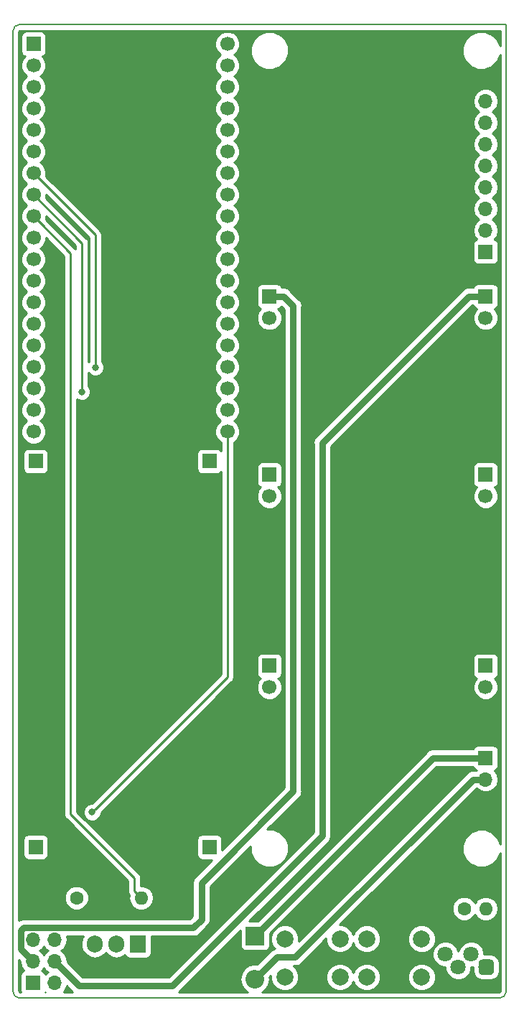
<source format=gbr>
%TF.GenerationSoftware,KiCad,Pcbnew,(5.0.2)-1*%
%TF.CreationDate,2019-03-22T12:12:08-04:00*%
%TF.ProjectId,Door_Lock,446f6f72-5f4c-46f6-936b-2e6b69636164,rev?*%
%TF.SameCoordinates,Original*%
%TF.FileFunction,Copper,L1,Top*%
%TF.FilePolarity,Positive*%
%FSLAX46Y46*%
G04 Gerber Fmt 4.6, Leading zero omitted, Abs format (unit mm)*
G04 Created by KiCad (PCBNEW (5.0.2)-1) date 3/22/2019 12:12:08 PM*
%MOMM*%
%LPD*%
G01*
G04 APERTURE LIST*
%ADD10C,0.150000*%
%ADD11C,1.600000*%
%ADD12O,1.600000X1.600000*%
%ADD13R,1.700000X1.700000*%
%ADD14O,1.700000X1.700000*%
%ADD15C,1.700000*%
%ADD16R,2.200000X2.200000*%
%ADD17O,2.200000X2.200000*%
%ADD18C,1.800000*%
%ADD19C,0.100000*%
%ADD20C,2.000000*%
%ADD21R,1.905000X2.000000*%
%ADD22O,1.905000X2.000000*%
%ADD23C,0.800000*%
%ADD24C,0.250000*%
%ADD25C,0.800000*%
%ADD26C,0.254000*%
G04 APERTURE END LIST*
D10*
X59436000Y-146050000D02*
G75*
G02X58674000Y-145288000I0J762000D01*
G01*
X116840000Y-145288000D02*
G75*
G02X116078000Y-146050000I-762000J0D01*
G01*
X58674000Y-32004000D02*
G75*
G02X59436000Y-31242000I762000J0D01*
G01*
X58674000Y-145288000D02*
X58674000Y-32004000D01*
X116078000Y-146050000D02*
X59436000Y-146050000D01*
X116840000Y-31242000D02*
X116840000Y-145288000D01*
X59436000Y-31242000D02*
X116840000Y-31242000D01*
D11*
X66167000Y-134239000D03*
D12*
X73787000Y-134239000D03*
D13*
X114412700Y-117729000D03*
D14*
X114412700Y-120269000D03*
D13*
X61087000Y-33528000D03*
D15*
X61087000Y-36068000D03*
X61087000Y-38608000D03*
X61087000Y-41148000D03*
X61087000Y-43688000D03*
X61087000Y-46228000D03*
X61087000Y-48768000D03*
X61087000Y-51308000D03*
X61087000Y-53848000D03*
X61087000Y-56388000D03*
X61087000Y-58928000D03*
X61087000Y-61468000D03*
X61087000Y-64008000D03*
X61087000Y-66548000D03*
X61087000Y-69088000D03*
X61087000Y-71628000D03*
X61087000Y-74168000D03*
X61087000Y-76708000D03*
X61087000Y-79248000D03*
X83947000Y-74168000D03*
X83947000Y-79248000D03*
X83947000Y-76708000D03*
X83947000Y-71628000D03*
X83947000Y-69088000D03*
X83947000Y-66548000D03*
X83947000Y-64008000D03*
X83947000Y-61468000D03*
X83947000Y-58928000D03*
X83947000Y-56388000D03*
X83947000Y-53848000D03*
X83947000Y-51308000D03*
X83947000Y-48768000D03*
X83947000Y-46228000D03*
X83947000Y-43688000D03*
X83947000Y-41148000D03*
X83947000Y-38608000D03*
X83947000Y-36068000D03*
X83947000Y-33528000D03*
D13*
X61341000Y-82740500D03*
X81841000Y-82740500D03*
X81841000Y-128240500D03*
X61341000Y-128240500D03*
X61023500Y-144272000D03*
D14*
X63563500Y-144272000D03*
X61023500Y-141732000D03*
X63563500Y-141732000D03*
X61023500Y-139192000D03*
X63563500Y-139192000D03*
D11*
X111887000Y-135509000D03*
D12*
X114427000Y-135509000D03*
D13*
X114412700Y-58039000D03*
D14*
X114412700Y-55499000D03*
X114412700Y-52959000D03*
X114412700Y-50419000D03*
X114412700Y-47879000D03*
X114412700Y-45339000D03*
X114412700Y-42799000D03*
X114412700Y-40259000D03*
D13*
X88912700Y-63290000D03*
D15*
X88912700Y-65830000D03*
D13*
X88912700Y-84330000D03*
D15*
X88912700Y-86870000D03*
D13*
X88912700Y-106870000D03*
D15*
X88912700Y-109410000D03*
X114412700Y-109410000D03*
D13*
X114412700Y-106870000D03*
D15*
X114412700Y-86870000D03*
D13*
X114412700Y-84330000D03*
D15*
X114412700Y-65830000D03*
D13*
X114412700Y-63290000D03*
D16*
X87210900Y-138722100D03*
D17*
X87210900Y-143802100D03*
D18*
X109664500Y-140881100D03*
X111188500Y-142405100D03*
X112712500Y-140881100D03*
D19*
G36*
X114984608Y-141507267D02*
X115028291Y-141513747D01*
X115071128Y-141524477D01*
X115112708Y-141539354D01*
X115152629Y-141558235D01*
X115190507Y-141580939D01*
X115225977Y-141607245D01*
X115258698Y-141636902D01*
X115288355Y-141669623D01*
X115314661Y-141705093D01*
X115337365Y-141742971D01*
X115356246Y-141782892D01*
X115371123Y-141824472D01*
X115381853Y-141867309D01*
X115388333Y-141910992D01*
X115390500Y-141955100D01*
X115390500Y-142855100D01*
X115388333Y-142899208D01*
X115381853Y-142942891D01*
X115371123Y-142985728D01*
X115356246Y-143027308D01*
X115337365Y-143067229D01*
X115314661Y-143105107D01*
X115288355Y-143140577D01*
X115258698Y-143173298D01*
X115225977Y-143202955D01*
X115190507Y-143229261D01*
X115152629Y-143251965D01*
X115112708Y-143270846D01*
X115071128Y-143285723D01*
X115028291Y-143296453D01*
X114984608Y-143302933D01*
X114940500Y-143305100D01*
X114040500Y-143305100D01*
X113996392Y-143302933D01*
X113952709Y-143296453D01*
X113909872Y-143285723D01*
X113868292Y-143270846D01*
X113828371Y-143251965D01*
X113790493Y-143229261D01*
X113755023Y-143202955D01*
X113722302Y-143173298D01*
X113692645Y-143140577D01*
X113666339Y-143105107D01*
X113643635Y-143067229D01*
X113624754Y-143027308D01*
X113609877Y-142985728D01*
X113599147Y-142942891D01*
X113592667Y-142899208D01*
X113590500Y-142855100D01*
X113590500Y-141955100D01*
X113592667Y-141910992D01*
X113599147Y-141867309D01*
X113609877Y-141824472D01*
X113624754Y-141782892D01*
X113643635Y-141742971D01*
X113666339Y-141705093D01*
X113692645Y-141669623D01*
X113722302Y-141636902D01*
X113755023Y-141607245D01*
X113790493Y-141580939D01*
X113828371Y-141558235D01*
X113868292Y-141539354D01*
X113909872Y-141524477D01*
X113952709Y-141513747D01*
X113996392Y-141507267D01*
X114040500Y-141505100D01*
X114940500Y-141505100D01*
X114984608Y-141507267D01*
X114984608Y-141507267D01*
G37*
D18*
X114490500Y-142405100D03*
D20*
X90731200Y-143573500D03*
X90731200Y-139073500D03*
X97231200Y-143573500D03*
X97231200Y-139073500D03*
X106870500Y-139073500D03*
X106870500Y-143573500D03*
X100370500Y-139073500D03*
X100370500Y-143573500D03*
D21*
X73406000Y-139700000D03*
D22*
X70866000Y-139700000D03*
X68326000Y-139700000D03*
D23*
X68008500Y-124142500D03*
X68389500Y-71691500D03*
X66802000Y-74549000D03*
D24*
X61936999Y-54697999D02*
X61087000Y-53848000D01*
X65468500Y-58229500D02*
X61936999Y-54697999D01*
X65468500Y-124396500D02*
X65468500Y-58229500D01*
X72987001Y-131915001D02*
X65468500Y-124396500D01*
X72987001Y-133439001D02*
X72987001Y-131915001D01*
X73787000Y-134239000D02*
X72987001Y-133439001D01*
D25*
X89789000Y-141224000D02*
X87210900Y-143802100D01*
X91948000Y-141224000D02*
X89789000Y-141224000D01*
X114412700Y-120269000D02*
X112903000Y-120269000D01*
X112903000Y-120269000D02*
X91948000Y-141224000D01*
X108204000Y-117729000D02*
X87210900Y-138722100D01*
X114412700Y-117729000D02*
X108204000Y-117729000D01*
X91694000Y-121666000D02*
X91694000Y-64421300D01*
X80899000Y-132461000D02*
X91694000Y-121666000D01*
X61023500Y-141732000D02*
X59573499Y-140281999D01*
X90562700Y-63290000D02*
X88912700Y-63290000D01*
X59573499Y-138102001D02*
X59933501Y-137741999D01*
X91694000Y-64421300D02*
X90562700Y-63290000D01*
X59933501Y-137741999D02*
X79936001Y-137741999D01*
X79936001Y-137741999D02*
X80899000Y-136779000D01*
X59573499Y-140281999D02*
X59573499Y-138102001D01*
X80899000Y-136779000D02*
X80899000Y-132461000D01*
X112762700Y-63290000D02*
X114412700Y-63290000D01*
X66421000Y-144589500D02*
X77470000Y-144589500D01*
X63563500Y-141732000D02*
X66421000Y-144589500D01*
X77470000Y-144589500D02*
X95135700Y-126923800D01*
X95135700Y-80556100D02*
X112401800Y-63290000D01*
X95135700Y-126923800D02*
X95135700Y-80556100D01*
X112401800Y-63290000D02*
X112762700Y-63290000D01*
D24*
X83947000Y-79248000D02*
X83947000Y-108204000D01*
X68408499Y-123742501D02*
X68008500Y-124142500D01*
X83947000Y-108204000D02*
X68408499Y-123742501D01*
X68389500Y-56070500D02*
X61087000Y-48768000D01*
X68389500Y-71691500D02*
X68389500Y-56070500D01*
X66802000Y-57023000D02*
X61087000Y-51308000D01*
X66802000Y-74549000D02*
X66802000Y-57023000D01*
D26*
G36*
X59517767Y-141689977D02*
X59509408Y-141732000D01*
X59624661Y-142311418D01*
X59952875Y-142802625D01*
X59971119Y-142814816D01*
X59925735Y-142823843D01*
X59715691Y-142964191D01*
X59575343Y-143174235D01*
X59526060Y-143422000D01*
X59526060Y-145122000D01*
X59569422Y-145340000D01*
X59505927Y-145340000D01*
X59421426Y-145323192D01*
X59409067Y-145314933D01*
X59400808Y-145302574D01*
X59384000Y-145218074D01*
X59384000Y-141556210D01*
X59517767Y-141689977D01*
X59517767Y-141689977D01*
G37*
X59517767Y-141689977D02*
X59509408Y-141732000D01*
X59624661Y-142311418D01*
X59952875Y-142802625D01*
X59971119Y-142814816D01*
X59925735Y-142823843D01*
X59715691Y-142964191D01*
X59575343Y-143174235D01*
X59526060Y-143422000D01*
X59526060Y-145122000D01*
X59569422Y-145340000D01*
X59505927Y-145340000D01*
X59421426Y-145323192D01*
X59409067Y-145314933D01*
X59400808Y-145302574D01*
X59384000Y-145218074D01*
X59384000Y-141556210D01*
X59517767Y-141689977D01*
G36*
X116130000Y-33784338D02*
X115828060Y-33055390D01*
X115818353Y-33050318D01*
X115807441Y-33023974D01*
X115178726Y-32395259D01*
X115152382Y-32384347D01*
X115147310Y-32374640D01*
X114750992Y-32218086D01*
X114357269Y-32055000D01*
X114338140Y-32055000D01*
X114320354Y-32047974D01*
X113894310Y-32055000D01*
X113468131Y-32055000D01*
X113450460Y-32062320D01*
X113431337Y-32062635D01*
X112678090Y-32374640D01*
X112673018Y-32384347D01*
X112646674Y-32395259D01*
X112017959Y-33023974D01*
X112007047Y-33050318D01*
X111997340Y-33055390D01*
X111840786Y-33451708D01*
X111677700Y-33845431D01*
X111677700Y-33864560D01*
X111670674Y-33882346D01*
X111677700Y-34308390D01*
X111677700Y-34734569D01*
X111685020Y-34752240D01*
X111685335Y-34771363D01*
X111997340Y-35524610D01*
X112007047Y-35529682D01*
X112017959Y-35556026D01*
X112646674Y-36184741D01*
X112673018Y-36195653D01*
X112678090Y-36205360D01*
X113074408Y-36361914D01*
X113468131Y-36525000D01*
X113487260Y-36525000D01*
X113505046Y-36532026D01*
X113931090Y-36525000D01*
X114357269Y-36525000D01*
X114374940Y-36517680D01*
X114394063Y-36517365D01*
X115147310Y-36205360D01*
X115152382Y-36195653D01*
X115178726Y-36184741D01*
X115807441Y-35556026D01*
X115818353Y-35529682D01*
X115828060Y-35524610D01*
X115984614Y-35128292D01*
X116130000Y-34777300D01*
X116130001Y-127904340D01*
X115828060Y-127175390D01*
X115818353Y-127170318D01*
X115807441Y-127143974D01*
X115178726Y-126515259D01*
X115152382Y-126504347D01*
X115147310Y-126494640D01*
X114750992Y-126338086D01*
X114357269Y-126175000D01*
X114338140Y-126175000D01*
X114320354Y-126167974D01*
X113894310Y-126175000D01*
X113468131Y-126175000D01*
X113450460Y-126182320D01*
X113431337Y-126182635D01*
X112678090Y-126494640D01*
X112673018Y-126504347D01*
X112646674Y-126515259D01*
X112017959Y-127143974D01*
X112007047Y-127170318D01*
X111997340Y-127175390D01*
X111840786Y-127571708D01*
X111677700Y-127965431D01*
X111677700Y-127984560D01*
X111670674Y-128002346D01*
X111677700Y-128428390D01*
X111677700Y-128854569D01*
X111685020Y-128872240D01*
X111685335Y-128891363D01*
X111997340Y-129644610D01*
X112007047Y-129649682D01*
X112017959Y-129676026D01*
X112646674Y-130304741D01*
X112673018Y-130315653D01*
X112678090Y-130325360D01*
X113074408Y-130481914D01*
X113468131Y-130645000D01*
X113487260Y-130645000D01*
X113505046Y-130652026D01*
X113931090Y-130645000D01*
X114357269Y-130645000D01*
X114374940Y-130637680D01*
X114394063Y-130637365D01*
X115147310Y-130325360D01*
X115152382Y-130315653D01*
X115178726Y-130304741D01*
X115807441Y-129676026D01*
X115818353Y-129649682D01*
X115828060Y-129644610D01*
X115984614Y-129248292D01*
X116130001Y-128897298D01*
X116130001Y-145218068D01*
X116113192Y-145302574D01*
X116104933Y-145314933D01*
X116092574Y-145323192D01*
X116008074Y-145340000D01*
X88032187Y-145340000D01*
X88461765Y-145052965D01*
X88845234Y-144479063D01*
X88979890Y-143802100D01*
X88929241Y-143547469D01*
X89096200Y-143380510D01*
X89096200Y-143898722D01*
X89345114Y-144499653D01*
X89805047Y-144959586D01*
X90405978Y-145208500D01*
X91056422Y-145208500D01*
X91657353Y-144959586D01*
X92117286Y-144499653D01*
X92366200Y-143898722D01*
X92366200Y-143248278D01*
X95596200Y-143248278D01*
X95596200Y-143898722D01*
X95845114Y-144499653D01*
X96305047Y-144959586D01*
X96905978Y-145208500D01*
X97556422Y-145208500D01*
X98157353Y-144959586D01*
X98617286Y-144499653D01*
X98800850Y-144056491D01*
X98984414Y-144499653D01*
X99444347Y-144959586D01*
X100045278Y-145208500D01*
X100695722Y-145208500D01*
X101296653Y-144959586D01*
X101756586Y-144499653D01*
X102005500Y-143898722D01*
X102005500Y-143248278D01*
X105235500Y-143248278D01*
X105235500Y-143898722D01*
X105484414Y-144499653D01*
X105944347Y-144959586D01*
X106545278Y-145208500D01*
X107195722Y-145208500D01*
X107796653Y-144959586D01*
X108256586Y-144499653D01*
X108505500Y-143898722D01*
X108505500Y-143248278D01*
X108256586Y-142647347D01*
X107796653Y-142187414D01*
X107195722Y-141938500D01*
X106545278Y-141938500D01*
X105944347Y-142187414D01*
X105484414Y-142647347D01*
X105235500Y-143248278D01*
X102005500Y-143248278D01*
X101756586Y-142647347D01*
X101296653Y-142187414D01*
X100695722Y-141938500D01*
X100045278Y-141938500D01*
X99444347Y-142187414D01*
X98984414Y-142647347D01*
X98800850Y-143090509D01*
X98617286Y-142647347D01*
X98157353Y-142187414D01*
X97556422Y-141938500D01*
X96905978Y-141938500D01*
X96305047Y-142187414D01*
X95845114Y-142647347D01*
X95596200Y-143248278D01*
X92366200Y-143248278D01*
X92117286Y-142647347D01*
X91728939Y-142259000D01*
X91846066Y-142259000D01*
X91948000Y-142279276D01*
X92049934Y-142259000D01*
X92049935Y-142259000D01*
X92351837Y-142198948D01*
X92694193Y-141970193D01*
X92751937Y-141883773D01*
X95596200Y-139039510D01*
X95596200Y-139398722D01*
X95845114Y-139999653D01*
X96305047Y-140459586D01*
X96905978Y-140708500D01*
X97556422Y-140708500D01*
X98157353Y-140459586D01*
X98617286Y-139999653D01*
X98800850Y-139556491D01*
X98984414Y-139999653D01*
X99444347Y-140459586D01*
X100045278Y-140708500D01*
X100695722Y-140708500D01*
X101296653Y-140459586D01*
X101756586Y-139999653D01*
X102005500Y-139398722D01*
X102005500Y-138748278D01*
X105235500Y-138748278D01*
X105235500Y-139398722D01*
X105484414Y-139999653D01*
X105944347Y-140459586D01*
X106545278Y-140708500D01*
X107195722Y-140708500D01*
X107516160Y-140575770D01*
X108129500Y-140575770D01*
X108129500Y-141186430D01*
X108363190Y-141750607D01*
X108794993Y-142182410D01*
X109359170Y-142416100D01*
X109653500Y-142416100D01*
X109653500Y-142710430D01*
X109887190Y-143274607D01*
X110318993Y-143706410D01*
X110883170Y-143940100D01*
X111493830Y-143940100D01*
X112058007Y-143706410D01*
X112489810Y-143274607D01*
X112723500Y-142710430D01*
X112723500Y-142416100D01*
X112943060Y-142416100D01*
X112943060Y-142855100D01*
X113026598Y-143275072D01*
X113264493Y-143631107D01*
X113620528Y-143869002D01*
X114040500Y-143952540D01*
X114940500Y-143952540D01*
X115360472Y-143869002D01*
X115716507Y-143631107D01*
X115954402Y-143275072D01*
X116037940Y-142855100D01*
X116037940Y-141955100D01*
X115954402Y-141535128D01*
X115716507Y-141179093D01*
X115360472Y-140941198D01*
X114940500Y-140857660D01*
X114247500Y-140857660D01*
X114247500Y-140575770D01*
X114013810Y-140011593D01*
X113582007Y-139579790D01*
X113017830Y-139346100D01*
X112407170Y-139346100D01*
X111842993Y-139579790D01*
X111411190Y-140011593D01*
X111188500Y-140549214D01*
X110965810Y-140011593D01*
X110534007Y-139579790D01*
X109969830Y-139346100D01*
X109359170Y-139346100D01*
X108794993Y-139579790D01*
X108363190Y-140011593D01*
X108129500Y-140575770D01*
X107516160Y-140575770D01*
X107796653Y-140459586D01*
X108256586Y-139999653D01*
X108505500Y-139398722D01*
X108505500Y-138748278D01*
X108256586Y-138147347D01*
X107796653Y-137687414D01*
X107195722Y-137438500D01*
X106545278Y-137438500D01*
X105944347Y-137687414D01*
X105484414Y-138147347D01*
X105235500Y-138748278D01*
X102005500Y-138748278D01*
X101756586Y-138147347D01*
X101296653Y-137687414D01*
X100695722Y-137438500D01*
X100045278Y-137438500D01*
X99444347Y-137687414D01*
X98984414Y-138147347D01*
X98800850Y-138590509D01*
X98617286Y-138147347D01*
X98157353Y-137687414D01*
X97556422Y-137438500D01*
X97197210Y-137438500D01*
X99412149Y-135223561D01*
X110452000Y-135223561D01*
X110452000Y-135794439D01*
X110670466Y-136321862D01*
X111074138Y-136725534D01*
X111601561Y-136944000D01*
X112172439Y-136944000D01*
X112699862Y-136725534D01*
X113103534Y-136321862D01*
X113157394Y-136191832D01*
X113392423Y-136543577D01*
X113867091Y-136860740D01*
X114285667Y-136944000D01*
X114568333Y-136944000D01*
X114986909Y-136860740D01*
X115461577Y-136543577D01*
X115778740Y-136068909D01*
X115890113Y-135509000D01*
X115778740Y-134949091D01*
X115461577Y-134474423D01*
X114986909Y-134157260D01*
X114568333Y-134074000D01*
X114285667Y-134074000D01*
X113867091Y-134157260D01*
X113392423Y-134474423D01*
X113157394Y-134826168D01*
X113103534Y-134696138D01*
X112699862Y-134292466D01*
X112172439Y-134074000D01*
X111601561Y-134074000D01*
X111074138Y-134292466D01*
X110670466Y-134696138D01*
X110452000Y-135223561D01*
X99412149Y-135223561D01*
X113323654Y-121312057D01*
X113342075Y-121339625D01*
X113833282Y-121667839D01*
X114266444Y-121754000D01*
X114558956Y-121754000D01*
X114992118Y-121667839D01*
X115483325Y-121339625D01*
X115811539Y-120848418D01*
X115926792Y-120269000D01*
X115811539Y-119689582D01*
X115483325Y-119198375D01*
X115465081Y-119186184D01*
X115510465Y-119177157D01*
X115720509Y-119036809D01*
X115860857Y-118826765D01*
X115910140Y-118579000D01*
X115910140Y-116879000D01*
X115860857Y-116631235D01*
X115720509Y-116421191D01*
X115510465Y-116280843D01*
X115262700Y-116231560D01*
X113562700Y-116231560D01*
X113314935Y-116280843D01*
X113104891Y-116421191D01*
X112964543Y-116631235D01*
X112952058Y-116694000D01*
X108305934Y-116694000D01*
X108204000Y-116673724D01*
X108102065Y-116694000D01*
X107800163Y-116754052D01*
X107457807Y-116982807D01*
X107400065Y-117069224D01*
X87494630Y-136974660D01*
X86548550Y-136974660D01*
X95795476Y-127727735D01*
X95881893Y-127669993D01*
X96110648Y-127327637D01*
X96170700Y-127025735D01*
X96170700Y-127025734D01*
X96190976Y-126923800D01*
X96170700Y-126821866D01*
X96170700Y-106020000D01*
X112915260Y-106020000D01*
X112915260Y-107720000D01*
X112964543Y-107967765D01*
X113104891Y-108177809D01*
X113314935Y-108318157D01*
X113389587Y-108333006D01*
X113153778Y-108568815D01*
X112927700Y-109114615D01*
X112927700Y-109705385D01*
X113153778Y-110251185D01*
X113571515Y-110668922D01*
X114117315Y-110895000D01*
X114708085Y-110895000D01*
X115253885Y-110668922D01*
X115671622Y-110251185D01*
X115897700Y-109705385D01*
X115897700Y-109114615D01*
X115671622Y-108568815D01*
X115435813Y-108333006D01*
X115510465Y-108318157D01*
X115720509Y-108177809D01*
X115860857Y-107967765D01*
X115910140Y-107720000D01*
X115910140Y-106020000D01*
X115860857Y-105772235D01*
X115720509Y-105562191D01*
X115510465Y-105421843D01*
X115262700Y-105372560D01*
X113562700Y-105372560D01*
X113314935Y-105421843D01*
X113104891Y-105562191D01*
X112964543Y-105772235D01*
X112915260Y-106020000D01*
X96170700Y-106020000D01*
X96170700Y-83480000D01*
X112915260Y-83480000D01*
X112915260Y-85180000D01*
X112964543Y-85427765D01*
X113104891Y-85637809D01*
X113314935Y-85778157D01*
X113389587Y-85793006D01*
X113153778Y-86028815D01*
X112927700Y-86574615D01*
X112927700Y-87165385D01*
X113153778Y-87711185D01*
X113571515Y-88128922D01*
X114117315Y-88355000D01*
X114708085Y-88355000D01*
X115253885Y-88128922D01*
X115671622Y-87711185D01*
X115897700Y-87165385D01*
X115897700Y-86574615D01*
X115671622Y-86028815D01*
X115435813Y-85793006D01*
X115510465Y-85778157D01*
X115720509Y-85637809D01*
X115860857Y-85427765D01*
X115910140Y-85180000D01*
X115910140Y-83480000D01*
X115860857Y-83232235D01*
X115720509Y-83022191D01*
X115510465Y-82881843D01*
X115262700Y-82832560D01*
X113562700Y-82832560D01*
X113314935Y-82881843D01*
X113104891Y-83022191D01*
X112964543Y-83232235D01*
X112915260Y-83480000D01*
X96170700Y-83480000D01*
X96170700Y-80984810D01*
X112830511Y-64325000D01*
X112952058Y-64325000D01*
X112964543Y-64387765D01*
X113104891Y-64597809D01*
X113314935Y-64738157D01*
X113389587Y-64753006D01*
X113153778Y-64988815D01*
X112927700Y-65534615D01*
X112927700Y-66125385D01*
X113153778Y-66671185D01*
X113571515Y-67088922D01*
X114117315Y-67315000D01*
X114708085Y-67315000D01*
X115253885Y-67088922D01*
X115671622Y-66671185D01*
X115897700Y-66125385D01*
X115897700Y-65534615D01*
X115671622Y-64988815D01*
X115435813Y-64753006D01*
X115510465Y-64738157D01*
X115720509Y-64597809D01*
X115860857Y-64387765D01*
X115910140Y-64140000D01*
X115910140Y-62440000D01*
X115860857Y-62192235D01*
X115720509Y-61982191D01*
X115510465Y-61841843D01*
X115262700Y-61792560D01*
X113562700Y-61792560D01*
X113314935Y-61841843D01*
X113104891Y-61982191D01*
X112964543Y-62192235D01*
X112952058Y-62255000D01*
X112503734Y-62255000D01*
X112401800Y-62234724D01*
X112299865Y-62255000D01*
X111997963Y-62315052D01*
X111655607Y-62543807D01*
X111597865Y-62630224D01*
X94475925Y-79752165D01*
X94389508Y-79809907D01*
X94331766Y-79896324D01*
X94160752Y-80152264D01*
X94080424Y-80556100D01*
X94100701Y-80658039D01*
X94100700Y-126495089D01*
X77041290Y-143554500D01*
X66849711Y-143554500D01*
X65069233Y-141774023D01*
X65077592Y-141732000D01*
X64962339Y-141152582D01*
X64634125Y-140661375D01*
X64335739Y-140462000D01*
X64634125Y-140262625D01*
X64962339Y-139771418D01*
X65077592Y-139192000D01*
X64995043Y-138776999D01*
X67001723Y-138776999D01*
X66830609Y-139033089D01*
X66738500Y-139496150D01*
X66738500Y-139903849D01*
X66830609Y-140366910D01*
X67181477Y-140892023D01*
X67706589Y-141242891D01*
X68326000Y-141366100D01*
X68945410Y-141242891D01*
X69470523Y-140892023D01*
X69596000Y-140704233D01*
X69721477Y-140892023D01*
X70246589Y-141242891D01*
X70866000Y-141366100D01*
X71485410Y-141242891D01*
X71877491Y-140980912D01*
X71995691Y-141157809D01*
X72205735Y-141298157D01*
X72453500Y-141347440D01*
X74358500Y-141347440D01*
X74606265Y-141298157D01*
X74816309Y-141157809D01*
X74956657Y-140947765D01*
X75005940Y-140700000D01*
X75005940Y-138776999D01*
X79834067Y-138776999D01*
X79936001Y-138797275D01*
X80037935Y-138776999D01*
X80037936Y-138776999D01*
X80339838Y-138716947D01*
X80682194Y-138488192D01*
X80739938Y-138401772D01*
X81558776Y-137582935D01*
X81645193Y-137525193D01*
X81873948Y-137182837D01*
X81934000Y-136880935D01*
X81934000Y-136880934D01*
X81954276Y-136779001D01*
X81934000Y-136677066D01*
X81934000Y-132889710D01*
X86673119Y-128150592D01*
X86677700Y-128428390D01*
X86677700Y-128854569D01*
X86685020Y-128872240D01*
X86685335Y-128891363D01*
X86997340Y-129644610D01*
X87007047Y-129649682D01*
X87017959Y-129676026D01*
X87646674Y-130304741D01*
X87673018Y-130315653D01*
X87678090Y-130325360D01*
X88074408Y-130481914D01*
X88468131Y-130645000D01*
X88487260Y-130645000D01*
X88505046Y-130652026D01*
X88931090Y-130645000D01*
X89357269Y-130645000D01*
X89374940Y-130637680D01*
X89394063Y-130637365D01*
X90147310Y-130325360D01*
X90152382Y-130315653D01*
X90178726Y-130304741D01*
X90807441Y-129676026D01*
X90818353Y-129649682D01*
X90828060Y-129644610D01*
X90984614Y-129248292D01*
X91147700Y-128854569D01*
X91147700Y-128835440D01*
X91154726Y-128817654D01*
X91147700Y-128391610D01*
X91147700Y-127965431D01*
X91140380Y-127947760D01*
X91140065Y-127928637D01*
X90828060Y-127175390D01*
X90818353Y-127170318D01*
X90807441Y-127143974D01*
X90178726Y-126515259D01*
X90152382Y-126504347D01*
X90147310Y-126494640D01*
X89750992Y-126338086D01*
X89357269Y-126175000D01*
X89338140Y-126175000D01*
X89320354Y-126167974D01*
X88894310Y-126175000D01*
X88648711Y-126175000D01*
X92353776Y-122469935D01*
X92440193Y-122412193D01*
X92668948Y-122069837D01*
X92729000Y-121767935D01*
X92729000Y-121767930D01*
X92749275Y-121666001D01*
X92729000Y-121564071D01*
X92729000Y-64523234D01*
X92749276Y-64421300D01*
X92668948Y-64017463D01*
X92497934Y-63761523D01*
X92440193Y-63675107D01*
X92353776Y-63617365D01*
X91366637Y-62630227D01*
X91308893Y-62543807D01*
X90966537Y-62315052D01*
X90664635Y-62255000D01*
X90664634Y-62255000D01*
X90562700Y-62234724D01*
X90460766Y-62255000D01*
X90373342Y-62255000D01*
X90360857Y-62192235D01*
X90220509Y-61982191D01*
X90010465Y-61841843D01*
X89762700Y-61792560D01*
X88062700Y-61792560D01*
X87814935Y-61841843D01*
X87604891Y-61982191D01*
X87464543Y-62192235D01*
X87415260Y-62440000D01*
X87415260Y-64140000D01*
X87464543Y-64387765D01*
X87604891Y-64597809D01*
X87814935Y-64738157D01*
X87889587Y-64753006D01*
X87653778Y-64988815D01*
X87427700Y-65534615D01*
X87427700Y-66125385D01*
X87653778Y-66671185D01*
X88071515Y-67088922D01*
X88617315Y-67315000D01*
X89208085Y-67315000D01*
X89753885Y-67088922D01*
X90171622Y-66671185D01*
X90397700Y-66125385D01*
X90397700Y-65534615D01*
X90171622Y-64988815D01*
X89935813Y-64753006D01*
X90010465Y-64738157D01*
X90220509Y-64597809D01*
X90295126Y-64486137D01*
X90659001Y-64850012D01*
X90659000Y-121237289D01*
X83338440Y-128557850D01*
X83338440Y-127390500D01*
X83289157Y-127142735D01*
X83148809Y-126932691D01*
X82938765Y-126792343D01*
X82691000Y-126743060D01*
X80991000Y-126743060D01*
X80743235Y-126792343D01*
X80533191Y-126932691D01*
X80392843Y-127142735D01*
X80343560Y-127390500D01*
X80343560Y-129090500D01*
X80392843Y-129338265D01*
X80533191Y-129548309D01*
X80743235Y-129688657D01*
X80991000Y-129737940D01*
X82158350Y-129737940D01*
X80239225Y-131657065D01*
X80152808Y-131714807D01*
X80095066Y-131801224D01*
X79924052Y-132057164D01*
X79843724Y-132461000D01*
X79864001Y-132562939D01*
X79864000Y-136350289D01*
X79507291Y-136706999D01*
X60035435Y-136706999D01*
X59933501Y-136686723D01*
X59831567Y-136706999D01*
X59831566Y-136706999D01*
X59529664Y-136767051D01*
X59384000Y-136864381D01*
X59384000Y-133953561D01*
X64732000Y-133953561D01*
X64732000Y-134524439D01*
X64950466Y-135051862D01*
X65354138Y-135455534D01*
X65881561Y-135674000D01*
X66452439Y-135674000D01*
X66979862Y-135455534D01*
X67383534Y-135051862D01*
X67602000Y-134524439D01*
X67602000Y-133953561D01*
X67383534Y-133426138D01*
X66979862Y-133022466D01*
X66452439Y-132804000D01*
X65881561Y-132804000D01*
X65354138Y-133022466D01*
X64950466Y-133426138D01*
X64732000Y-133953561D01*
X59384000Y-133953561D01*
X59384000Y-127390500D01*
X59843560Y-127390500D01*
X59843560Y-129090500D01*
X59892843Y-129338265D01*
X60033191Y-129548309D01*
X60243235Y-129688657D01*
X60491000Y-129737940D01*
X62191000Y-129737940D01*
X62438765Y-129688657D01*
X62648809Y-129548309D01*
X62789157Y-129338265D01*
X62838440Y-129090500D01*
X62838440Y-127390500D01*
X62789157Y-127142735D01*
X62648809Y-126932691D01*
X62438765Y-126792343D01*
X62191000Y-126743060D01*
X60491000Y-126743060D01*
X60243235Y-126792343D01*
X60033191Y-126932691D01*
X59892843Y-127142735D01*
X59843560Y-127390500D01*
X59384000Y-127390500D01*
X59384000Y-81890500D01*
X59843560Y-81890500D01*
X59843560Y-83590500D01*
X59892843Y-83838265D01*
X60033191Y-84048309D01*
X60243235Y-84188657D01*
X60491000Y-84237940D01*
X62191000Y-84237940D01*
X62438765Y-84188657D01*
X62648809Y-84048309D01*
X62789157Y-83838265D01*
X62838440Y-83590500D01*
X62838440Y-81890500D01*
X62789157Y-81642735D01*
X62648809Y-81432691D01*
X62438765Y-81292343D01*
X62191000Y-81243060D01*
X60491000Y-81243060D01*
X60243235Y-81292343D01*
X60033191Y-81432691D01*
X59892843Y-81642735D01*
X59843560Y-81890500D01*
X59384000Y-81890500D01*
X59384000Y-32678000D01*
X59589560Y-32678000D01*
X59589560Y-34378000D01*
X59638843Y-34625765D01*
X59779191Y-34835809D01*
X59989235Y-34976157D01*
X60063887Y-34991006D01*
X59828078Y-35226815D01*
X59602000Y-35772615D01*
X59602000Y-36363385D01*
X59828078Y-36909185D01*
X60245815Y-37326922D01*
X60272560Y-37338000D01*
X60245815Y-37349078D01*
X59828078Y-37766815D01*
X59602000Y-38312615D01*
X59602000Y-38903385D01*
X59828078Y-39449185D01*
X60245815Y-39866922D01*
X60272560Y-39878000D01*
X60245815Y-39889078D01*
X59828078Y-40306815D01*
X59602000Y-40852615D01*
X59602000Y-41443385D01*
X59828078Y-41989185D01*
X60245815Y-42406922D01*
X60272560Y-42418000D01*
X60245815Y-42429078D01*
X59828078Y-42846815D01*
X59602000Y-43392615D01*
X59602000Y-43983385D01*
X59828078Y-44529185D01*
X60245815Y-44946922D01*
X60272560Y-44958000D01*
X60245815Y-44969078D01*
X59828078Y-45386815D01*
X59602000Y-45932615D01*
X59602000Y-46523385D01*
X59828078Y-47069185D01*
X60245815Y-47486922D01*
X60272560Y-47498000D01*
X60245815Y-47509078D01*
X59828078Y-47926815D01*
X59602000Y-48472615D01*
X59602000Y-49063385D01*
X59828078Y-49609185D01*
X60245815Y-50026922D01*
X60272560Y-50038000D01*
X60245815Y-50049078D01*
X59828078Y-50466815D01*
X59602000Y-51012615D01*
X59602000Y-51603385D01*
X59828078Y-52149185D01*
X60245815Y-52566922D01*
X60272560Y-52578000D01*
X60245815Y-52589078D01*
X59828078Y-53006815D01*
X59602000Y-53552615D01*
X59602000Y-54143385D01*
X59828078Y-54689185D01*
X60245815Y-55106922D01*
X60272560Y-55118000D01*
X60245815Y-55129078D01*
X59828078Y-55546815D01*
X59602000Y-56092615D01*
X59602000Y-56683385D01*
X59828078Y-57229185D01*
X60245815Y-57646922D01*
X60272560Y-57658000D01*
X60245815Y-57669078D01*
X59828078Y-58086815D01*
X59602000Y-58632615D01*
X59602000Y-59223385D01*
X59828078Y-59769185D01*
X60245815Y-60186922D01*
X60272560Y-60198000D01*
X60245815Y-60209078D01*
X59828078Y-60626815D01*
X59602000Y-61172615D01*
X59602000Y-61763385D01*
X59828078Y-62309185D01*
X60245815Y-62726922D01*
X60272560Y-62738000D01*
X60245815Y-62749078D01*
X59828078Y-63166815D01*
X59602000Y-63712615D01*
X59602000Y-64303385D01*
X59828078Y-64849185D01*
X60245815Y-65266922D01*
X60272560Y-65278000D01*
X60245815Y-65289078D01*
X59828078Y-65706815D01*
X59602000Y-66252615D01*
X59602000Y-66843385D01*
X59828078Y-67389185D01*
X60245815Y-67806922D01*
X60272560Y-67818000D01*
X60245815Y-67829078D01*
X59828078Y-68246815D01*
X59602000Y-68792615D01*
X59602000Y-69383385D01*
X59828078Y-69929185D01*
X60245815Y-70346922D01*
X60272560Y-70358000D01*
X60245815Y-70369078D01*
X59828078Y-70786815D01*
X59602000Y-71332615D01*
X59602000Y-71923385D01*
X59828078Y-72469185D01*
X60245815Y-72886922D01*
X60272560Y-72898000D01*
X60245815Y-72909078D01*
X59828078Y-73326815D01*
X59602000Y-73872615D01*
X59602000Y-74463385D01*
X59828078Y-75009185D01*
X60245815Y-75426922D01*
X60272560Y-75438000D01*
X60245815Y-75449078D01*
X59828078Y-75866815D01*
X59602000Y-76412615D01*
X59602000Y-77003385D01*
X59828078Y-77549185D01*
X60245815Y-77966922D01*
X60272560Y-77978000D01*
X60245815Y-77989078D01*
X59828078Y-78406815D01*
X59602000Y-78952615D01*
X59602000Y-79543385D01*
X59828078Y-80089185D01*
X60245815Y-80506922D01*
X60791615Y-80733000D01*
X61382385Y-80733000D01*
X61928185Y-80506922D01*
X62345922Y-80089185D01*
X62572000Y-79543385D01*
X62572000Y-78952615D01*
X62345922Y-78406815D01*
X61928185Y-77989078D01*
X61901440Y-77978000D01*
X61928185Y-77966922D01*
X62345922Y-77549185D01*
X62572000Y-77003385D01*
X62572000Y-76412615D01*
X62345922Y-75866815D01*
X61928185Y-75449078D01*
X61901440Y-75438000D01*
X61928185Y-75426922D01*
X62345922Y-75009185D01*
X62572000Y-74463385D01*
X62572000Y-73872615D01*
X62345922Y-73326815D01*
X61928185Y-72909078D01*
X61901440Y-72898000D01*
X61928185Y-72886922D01*
X62345922Y-72469185D01*
X62572000Y-71923385D01*
X62572000Y-71332615D01*
X62345922Y-70786815D01*
X61928185Y-70369078D01*
X61901440Y-70358000D01*
X61928185Y-70346922D01*
X62345922Y-69929185D01*
X62572000Y-69383385D01*
X62572000Y-68792615D01*
X62345922Y-68246815D01*
X61928185Y-67829078D01*
X61901440Y-67818000D01*
X61928185Y-67806922D01*
X62345922Y-67389185D01*
X62572000Y-66843385D01*
X62572000Y-66252615D01*
X62345922Y-65706815D01*
X61928185Y-65289078D01*
X61901440Y-65278000D01*
X61928185Y-65266922D01*
X62345922Y-64849185D01*
X62572000Y-64303385D01*
X62572000Y-63712615D01*
X62345922Y-63166815D01*
X61928185Y-62749078D01*
X61901440Y-62738000D01*
X61928185Y-62726922D01*
X62345922Y-62309185D01*
X62572000Y-61763385D01*
X62572000Y-61172615D01*
X62345922Y-60626815D01*
X61928185Y-60209078D01*
X61901440Y-60198000D01*
X61928185Y-60186922D01*
X62345922Y-59769185D01*
X62572000Y-59223385D01*
X62572000Y-58632615D01*
X62345922Y-58086815D01*
X61928185Y-57669078D01*
X61901440Y-57658000D01*
X61928185Y-57646922D01*
X62345922Y-57229185D01*
X62572000Y-56683385D01*
X62572000Y-56407801D01*
X64708501Y-58544303D01*
X64708500Y-124321653D01*
X64693612Y-124396500D01*
X64708500Y-124471347D01*
X64708500Y-124471351D01*
X64752596Y-124693036D01*
X64920571Y-124944429D01*
X64984030Y-124986831D01*
X72227002Y-132229804D01*
X72227001Y-133364154D01*
X72212113Y-133439001D01*
X72227001Y-133513848D01*
X72227001Y-133513852D01*
X72271097Y-133735537D01*
X72388948Y-133911915D01*
X72323887Y-134239000D01*
X72435260Y-134798909D01*
X72752423Y-135273577D01*
X73227091Y-135590740D01*
X73645667Y-135674000D01*
X73928333Y-135674000D01*
X74346909Y-135590740D01*
X74821577Y-135273577D01*
X75138740Y-134798909D01*
X75250113Y-134239000D01*
X75138740Y-133679091D01*
X74821577Y-133204423D01*
X74346909Y-132887260D01*
X73928333Y-132804000D01*
X73747001Y-132804000D01*
X73747001Y-131989847D01*
X73761889Y-131915000D01*
X73747001Y-131840153D01*
X73747001Y-131840149D01*
X73702905Y-131618464D01*
X73534930Y-131367072D01*
X73471474Y-131324672D01*
X66228500Y-124081699D01*
X66228500Y-123936626D01*
X66973500Y-123936626D01*
X66973500Y-124348374D01*
X67131069Y-124728780D01*
X67422220Y-125019931D01*
X67802626Y-125177500D01*
X68214374Y-125177500D01*
X68594780Y-125019931D01*
X68885931Y-124728780D01*
X69043500Y-124348374D01*
X69043500Y-124182301D01*
X84431473Y-108794329D01*
X84494929Y-108751929D01*
X84617282Y-108568815D01*
X84662904Y-108500538D01*
X84672480Y-108452395D01*
X84707000Y-108278852D01*
X84707000Y-108278848D01*
X84721888Y-108204000D01*
X84707000Y-108129152D01*
X84707000Y-106020000D01*
X87415260Y-106020000D01*
X87415260Y-107720000D01*
X87464543Y-107967765D01*
X87604891Y-108177809D01*
X87814935Y-108318157D01*
X87889587Y-108333006D01*
X87653778Y-108568815D01*
X87427700Y-109114615D01*
X87427700Y-109705385D01*
X87653778Y-110251185D01*
X88071515Y-110668922D01*
X88617315Y-110895000D01*
X89208085Y-110895000D01*
X89753885Y-110668922D01*
X90171622Y-110251185D01*
X90397700Y-109705385D01*
X90397700Y-109114615D01*
X90171622Y-108568815D01*
X89935813Y-108333006D01*
X90010465Y-108318157D01*
X90220509Y-108177809D01*
X90360857Y-107967765D01*
X90410140Y-107720000D01*
X90410140Y-106020000D01*
X90360857Y-105772235D01*
X90220509Y-105562191D01*
X90010465Y-105421843D01*
X89762700Y-105372560D01*
X88062700Y-105372560D01*
X87814935Y-105421843D01*
X87604891Y-105562191D01*
X87464543Y-105772235D01*
X87415260Y-106020000D01*
X84707000Y-106020000D01*
X84707000Y-83480000D01*
X87415260Y-83480000D01*
X87415260Y-85180000D01*
X87464543Y-85427765D01*
X87604891Y-85637809D01*
X87814935Y-85778157D01*
X87889587Y-85793006D01*
X87653778Y-86028815D01*
X87427700Y-86574615D01*
X87427700Y-87165385D01*
X87653778Y-87711185D01*
X88071515Y-88128922D01*
X88617315Y-88355000D01*
X89208085Y-88355000D01*
X89753885Y-88128922D01*
X90171622Y-87711185D01*
X90397700Y-87165385D01*
X90397700Y-86574615D01*
X90171622Y-86028815D01*
X89935813Y-85793006D01*
X90010465Y-85778157D01*
X90220509Y-85637809D01*
X90360857Y-85427765D01*
X90410140Y-85180000D01*
X90410140Y-83480000D01*
X90360857Y-83232235D01*
X90220509Y-83022191D01*
X90010465Y-82881843D01*
X89762700Y-82832560D01*
X88062700Y-82832560D01*
X87814935Y-82881843D01*
X87604891Y-83022191D01*
X87464543Y-83232235D01*
X87415260Y-83480000D01*
X84707000Y-83480000D01*
X84707000Y-80540550D01*
X84788185Y-80506922D01*
X85205922Y-80089185D01*
X85432000Y-79543385D01*
X85432000Y-78952615D01*
X85205922Y-78406815D01*
X84788185Y-77989078D01*
X84761440Y-77978000D01*
X84788185Y-77966922D01*
X85205922Y-77549185D01*
X85432000Y-77003385D01*
X85432000Y-76412615D01*
X85205922Y-75866815D01*
X84788185Y-75449078D01*
X84761440Y-75438000D01*
X84788185Y-75426922D01*
X85205922Y-75009185D01*
X85432000Y-74463385D01*
X85432000Y-73872615D01*
X85205922Y-73326815D01*
X84788185Y-72909078D01*
X84761440Y-72898000D01*
X84788185Y-72886922D01*
X85205922Y-72469185D01*
X85432000Y-71923385D01*
X85432000Y-71332615D01*
X85205922Y-70786815D01*
X84788185Y-70369078D01*
X84761440Y-70358000D01*
X84788185Y-70346922D01*
X85205922Y-69929185D01*
X85432000Y-69383385D01*
X85432000Y-68792615D01*
X85205922Y-68246815D01*
X84788185Y-67829078D01*
X84761440Y-67818000D01*
X84788185Y-67806922D01*
X85205922Y-67389185D01*
X85432000Y-66843385D01*
X85432000Y-66252615D01*
X85205922Y-65706815D01*
X84788185Y-65289078D01*
X84761440Y-65278000D01*
X84788185Y-65266922D01*
X85205922Y-64849185D01*
X85432000Y-64303385D01*
X85432000Y-63712615D01*
X85205922Y-63166815D01*
X84788185Y-62749078D01*
X84761440Y-62738000D01*
X84788185Y-62726922D01*
X85205922Y-62309185D01*
X85432000Y-61763385D01*
X85432000Y-61172615D01*
X85205922Y-60626815D01*
X84788185Y-60209078D01*
X84761440Y-60198000D01*
X84788185Y-60186922D01*
X85205922Y-59769185D01*
X85432000Y-59223385D01*
X85432000Y-58632615D01*
X85205922Y-58086815D01*
X84788185Y-57669078D01*
X84761440Y-57658000D01*
X84788185Y-57646922D01*
X85205922Y-57229185D01*
X85432000Y-56683385D01*
X85432000Y-56092615D01*
X85205922Y-55546815D01*
X84788185Y-55129078D01*
X84761440Y-55118000D01*
X84788185Y-55106922D01*
X85205922Y-54689185D01*
X85432000Y-54143385D01*
X85432000Y-53552615D01*
X85205922Y-53006815D01*
X84788185Y-52589078D01*
X84761440Y-52578000D01*
X84788185Y-52566922D01*
X85205922Y-52149185D01*
X85432000Y-51603385D01*
X85432000Y-51012615D01*
X85205922Y-50466815D01*
X84788185Y-50049078D01*
X84761440Y-50038000D01*
X84788185Y-50026922D01*
X85205922Y-49609185D01*
X85432000Y-49063385D01*
X85432000Y-48472615D01*
X85205922Y-47926815D01*
X84788185Y-47509078D01*
X84761440Y-47498000D01*
X84788185Y-47486922D01*
X85205922Y-47069185D01*
X85432000Y-46523385D01*
X85432000Y-45932615D01*
X85205922Y-45386815D01*
X84788185Y-44969078D01*
X84761440Y-44958000D01*
X84788185Y-44946922D01*
X85205922Y-44529185D01*
X85432000Y-43983385D01*
X85432000Y-43392615D01*
X85205922Y-42846815D01*
X84788185Y-42429078D01*
X84761440Y-42418000D01*
X84788185Y-42406922D01*
X85205922Y-41989185D01*
X85432000Y-41443385D01*
X85432000Y-40852615D01*
X85205922Y-40306815D01*
X85158107Y-40259000D01*
X112898608Y-40259000D01*
X113013861Y-40838418D01*
X113342075Y-41329625D01*
X113640461Y-41529000D01*
X113342075Y-41728375D01*
X113013861Y-42219582D01*
X112898608Y-42799000D01*
X113013861Y-43378418D01*
X113342075Y-43869625D01*
X113640461Y-44069000D01*
X113342075Y-44268375D01*
X113013861Y-44759582D01*
X112898608Y-45339000D01*
X113013861Y-45918418D01*
X113342075Y-46409625D01*
X113640461Y-46609000D01*
X113342075Y-46808375D01*
X113013861Y-47299582D01*
X112898608Y-47879000D01*
X113013861Y-48458418D01*
X113342075Y-48949625D01*
X113640461Y-49149000D01*
X113342075Y-49348375D01*
X113013861Y-49839582D01*
X112898608Y-50419000D01*
X113013861Y-50998418D01*
X113342075Y-51489625D01*
X113640461Y-51689000D01*
X113342075Y-51888375D01*
X113013861Y-52379582D01*
X112898608Y-52959000D01*
X113013861Y-53538418D01*
X113342075Y-54029625D01*
X113640461Y-54229000D01*
X113342075Y-54428375D01*
X113013861Y-54919582D01*
X112898608Y-55499000D01*
X113013861Y-56078418D01*
X113342075Y-56569625D01*
X113360319Y-56581816D01*
X113314935Y-56590843D01*
X113104891Y-56731191D01*
X112964543Y-56941235D01*
X112915260Y-57189000D01*
X112915260Y-58889000D01*
X112964543Y-59136765D01*
X113104891Y-59346809D01*
X113314935Y-59487157D01*
X113562700Y-59536440D01*
X115262700Y-59536440D01*
X115510465Y-59487157D01*
X115720509Y-59346809D01*
X115860857Y-59136765D01*
X115910140Y-58889000D01*
X115910140Y-57189000D01*
X115860857Y-56941235D01*
X115720509Y-56731191D01*
X115510465Y-56590843D01*
X115465081Y-56581816D01*
X115483325Y-56569625D01*
X115811539Y-56078418D01*
X115926792Y-55499000D01*
X115811539Y-54919582D01*
X115483325Y-54428375D01*
X115184939Y-54229000D01*
X115483325Y-54029625D01*
X115811539Y-53538418D01*
X115926792Y-52959000D01*
X115811539Y-52379582D01*
X115483325Y-51888375D01*
X115184939Y-51689000D01*
X115483325Y-51489625D01*
X115811539Y-50998418D01*
X115926792Y-50419000D01*
X115811539Y-49839582D01*
X115483325Y-49348375D01*
X115184939Y-49149000D01*
X115483325Y-48949625D01*
X115811539Y-48458418D01*
X115926792Y-47879000D01*
X115811539Y-47299582D01*
X115483325Y-46808375D01*
X115184939Y-46609000D01*
X115483325Y-46409625D01*
X115811539Y-45918418D01*
X115926792Y-45339000D01*
X115811539Y-44759582D01*
X115483325Y-44268375D01*
X115184939Y-44069000D01*
X115483325Y-43869625D01*
X115811539Y-43378418D01*
X115926792Y-42799000D01*
X115811539Y-42219582D01*
X115483325Y-41728375D01*
X115184939Y-41529000D01*
X115483325Y-41329625D01*
X115811539Y-40838418D01*
X115926792Y-40259000D01*
X115811539Y-39679582D01*
X115483325Y-39188375D01*
X114992118Y-38860161D01*
X114558956Y-38774000D01*
X114266444Y-38774000D01*
X113833282Y-38860161D01*
X113342075Y-39188375D01*
X113013861Y-39679582D01*
X112898608Y-40259000D01*
X85158107Y-40259000D01*
X84788185Y-39889078D01*
X84761440Y-39878000D01*
X84788185Y-39866922D01*
X85205922Y-39449185D01*
X85432000Y-38903385D01*
X85432000Y-38312615D01*
X85205922Y-37766815D01*
X84788185Y-37349078D01*
X84761440Y-37338000D01*
X84788185Y-37326922D01*
X85205922Y-36909185D01*
X85432000Y-36363385D01*
X85432000Y-35772615D01*
X85205922Y-35226815D01*
X84788185Y-34809078D01*
X84761440Y-34798000D01*
X84788185Y-34786922D01*
X85205922Y-34369185D01*
X85407577Y-33882346D01*
X86670674Y-33882346D01*
X86677700Y-34308390D01*
X86677700Y-34734569D01*
X86685020Y-34752240D01*
X86685335Y-34771363D01*
X86997340Y-35524610D01*
X87007047Y-35529682D01*
X87017959Y-35556026D01*
X87646674Y-36184741D01*
X87673018Y-36195653D01*
X87678090Y-36205360D01*
X88074408Y-36361914D01*
X88468131Y-36525000D01*
X88487260Y-36525000D01*
X88505046Y-36532026D01*
X88931090Y-36525000D01*
X89357269Y-36525000D01*
X89374940Y-36517680D01*
X89394063Y-36517365D01*
X90147310Y-36205360D01*
X90152382Y-36195653D01*
X90178726Y-36184741D01*
X90807441Y-35556026D01*
X90818353Y-35529682D01*
X90828060Y-35524610D01*
X90984614Y-35128292D01*
X91147700Y-34734569D01*
X91147700Y-34715440D01*
X91154726Y-34697654D01*
X91147700Y-34271610D01*
X91147700Y-33845431D01*
X91140380Y-33827760D01*
X91140065Y-33808637D01*
X90828060Y-33055390D01*
X90818353Y-33050318D01*
X90807441Y-33023974D01*
X90178726Y-32395259D01*
X90152382Y-32384347D01*
X90147310Y-32374640D01*
X89750992Y-32218086D01*
X89357269Y-32055000D01*
X89338140Y-32055000D01*
X89320354Y-32047974D01*
X88894310Y-32055000D01*
X88468131Y-32055000D01*
X88450460Y-32062320D01*
X88431337Y-32062635D01*
X87678090Y-32374640D01*
X87673018Y-32384347D01*
X87646674Y-32395259D01*
X87017959Y-33023974D01*
X87007047Y-33050318D01*
X86997340Y-33055390D01*
X86840786Y-33451708D01*
X86677700Y-33845431D01*
X86677700Y-33864560D01*
X86670674Y-33882346D01*
X85407577Y-33882346D01*
X85432000Y-33823385D01*
X85432000Y-33232615D01*
X85205922Y-32686815D01*
X84788185Y-32269078D01*
X84242385Y-32043000D01*
X83651615Y-32043000D01*
X83105815Y-32269078D01*
X82688078Y-32686815D01*
X82462000Y-33232615D01*
X82462000Y-33823385D01*
X82688078Y-34369185D01*
X83105815Y-34786922D01*
X83132560Y-34798000D01*
X83105815Y-34809078D01*
X82688078Y-35226815D01*
X82462000Y-35772615D01*
X82462000Y-36363385D01*
X82688078Y-36909185D01*
X83105815Y-37326922D01*
X83132560Y-37338000D01*
X83105815Y-37349078D01*
X82688078Y-37766815D01*
X82462000Y-38312615D01*
X82462000Y-38903385D01*
X82688078Y-39449185D01*
X83105815Y-39866922D01*
X83132560Y-39878000D01*
X83105815Y-39889078D01*
X82688078Y-40306815D01*
X82462000Y-40852615D01*
X82462000Y-41443385D01*
X82688078Y-41989185D01*
X83105815Y-42406922D01*
X83132560Y-42418000D01*
X83105815Y-42429078D01*
X82688078Y-42846815D01*
X82462000Y-43392615D01*
X82462000Y-43983385D01*
X82688078Y-44529185D01*
X83105815Y-44946922D01*
X83132560Y-44958000D01*
X83105815Y-44969078D01*
X82688078Y-45386815D01*
X82462000Y-45932615D01*
X82462000Y-46523385D01*
X82688078Y-47069185D01*
X83105815Y-47486922D01*
X83132560Y-47498000D01*
X83105815Y-47509078D01*
X82688078Y-47926815D01*
X82462000Y-48472615D01*
X82462000Y-49063385D01*
X82688078Y-49609185D01*
X83105815Y-50026922D01*
X83132560Y-50038000D01*
X83105815Y-50049078D01*
X82688078Y-50466815D01*
X82462000Y-51012615D01*
X82462000Y-51603385D01*
X82688078Y-52149185D01*
X83105815Y-52566922D01*
X83132560Y-52578000D01*
X83105815Y-52589078D01*
X82688078Y-53006815D01*
X82462000Y-53552615D01*
X82462000Y-54143385D01*
X82688078Y-54689185D01*
X83105815Y-55106922D01*
X83132560Y-55118000D01*
X83105815Y-55129078D01*
X82688078Y-55546815D01*
X82462000Y-56092615D01*
X82462000Y-56683385D01*
X82688078Y-57229185D01*
X83105815Y-57646922D01*
X83132560Y-57658000D01*
X83105815Y-57669078D01*
X82688078Y-58086815D01*
X82462000Y-58632615D01*
X82462000Y-59223385D01*
X82688078Y-59769185D01*
X83105815Y-60186922D01*
X83132560Y-60198000D01*
X83105815Y-60209078D01*
X82688078Y-60626815D01*
X82462000Y-61172615D01*
X82462000Y-61763385D01*
X82688078Y-62309185D01*
X83105815Y-62726922D01*
X83132560Y-62738000D01*
X83105815Y-62749078D01*
X82688078Y-63166815D01*
X82462000Y-63712615D01*
X82462000Y-64303385D01*
X82688078Y-64849185D01*
X83105815Y-65266922D01*
X83132560Y-65278000D01*
X83105815Y-65289078D01*
X82688078Y-65706815D01*
X82462000Y-66252615D01*
X82462000Y-66843385D01*
X82688078Y-67389185D01*
X83105815Y-67806922D01*
X83132560Y-67818000D01*
X83105815Y-67829078D01*
X82688078Y-68246815D01*
X82462000Y-68792615D01*
X82462000Y-69383385D01*
X82688078Y-69929185D01*
X83105815Y-70346922D01*
X83132560Y-70358000D01*
X83105815Y-70369078D01*
X82688078Y-70786815D01*
X82462000Y-71332615D01*
X82462000Y-71923385D01*
X82688078Y-72469185D01*
X83105815Y-72886922D01*
X83132560Y-72898000D01*
X83105815Y-72909078D01*
X82688078Y-73326815D01*
X82462000Y-73872615D01*
X82462000Y-74463385D01*
X82688078Y-75009185D01*
X83105815Y-75426922D01*
X83132560Y-75438000D01*
X83105815Y-75449078D01*
X82688078Y-75866815D01*
X82462000Y-76412615D01*
X82462000Y-77003385D01*
X82688078Y-77549185D01*
X83105815Y-77966922D01*
X83132560Y-77978000D01*
X83105815Y-77989078D01*
X82688078Y-78406815D01*
X82462000Y-78952615D01*
X82462000Y-79543385D01*
X82688078Y-80089185D01*
X83105815Y-80506922D01*
X83187000Y-80540550D01*
X83187000Y-81489848D01*
X83148809Y-81432691D01*
X82938765Y-81292343D01*
X82691000Y-81243060D01*
X80991000Y-81243060D01*
X80743235Y-81292343D01*
X80533191Y-81432691D01*
X80392843Y-81642735D01*
X80343560Y-81890500D01*
X80343560Y-83590500D01*
X80392843Y-83838265D01*
X80533191Y-84048309D01*
X80743235Y-84188657D01*
X80991000Y-84237940D01*
X82691000Y-84237940D01*
X82938765Y-84188657D01*
X83148809Y-84048309D01*
X83187000Y-83991152D01*
X83187001Y-107889197D01*
X67968699Y-123107500D01*
X67802626Y-123107500D01*
X67422220Y-123265069D01*
X67131069Y-123556220D01*
X66973500Y-123936626D01*
X66228500Y-123936626D01*
X66228500Y-75431725D01*
X66596126Y-75584000D01*
X67007874Y-75584000D01*
X67388280Y-75426431D01*
X67679431Y-75135280D01*
X67837000Y-74754874D01*
X67837000Y-74343126D01*
X67679431Y-73962720D01*
X67562000Y-73845289D01*
X67562000Y-72327711D01*
X67803220Y-72568931D01*
X68183626Y-72726500D01*
X68595374Y-72726500D01*
X68975780Y-72568931D01*
X69266931Y-72277780D01*
X69424500Y-71897374D01*
X69424500Y-71485626D01*
X69266931Y-71105220D01*
X69149500Y-70987789D01*
X69149500Y-56145348D01*
X69164388Y-56070500D01*
X69149500Y-55995652D01*
X69149500Y-55995648D01*
X69105404Y-55773963D01*
X68937429Y-55522571D01*
X68873973Y-55480171D01*
X62538372Y-49144571D01*
X62572000Y-49063385D01*
X62572000Y-48472615D01*
X62345922Y-47926815D01*
X61928185Y-47509078D01*
X61901440Y-47498000D01*
X61928185Y-47486922D01*
X62345922Y-47069185D01*
X62572000Y-46523385D01*
X62572000Y-45932615D01*
X62345922Y-45386815D01*
X61928185Y-44969078D01*
X61901440Y-44958000D01*
X61928185Y-44946922D01*
X62345922Y-44529185D01*
X62572000Y-43983385D01*
X62572000Y-43392615D01*
X62345922Y-42846815D01*
X61928185Y-42429078D01*
X61901440Y-42418000D01*
X61928185Y-42406922D01*
X62345922Y-41989185D01*
X62572000Y-41443385D01*
X62572000Y-40852615D01*
X62345922Y-40306815D01*
X61928185Y-39889078D01*
X61901440Y-39878000D01*
X61928185Y-39866922D01*
X62345922Y-39449185D01*
X62572000Y-38903385D01*
X62572000Y-38312615D01*
X62345922Y-37766815D01*
X61928185Y-37349078D01*
X61901440Y-37338000D01*
X61928185Y-37326922D01*
X62345922Y-36909185D01*
X62572000Y-36363385D01*
X62572000Y-35772615D01*
X62345922Y-35226815D01*
X62110113Y-34991006D01*
X62184765Y-34976157D01*
X62394809Y-34835809D01*
X62535157Y-34625765D01*
X62584440Y-34378000D01*
X62584440Y-32678000D01*
X62535157Y-32430235D01*
X62394809Y-32220191D01*
X62184765Y-32079843D01*
X61937000Y-32030560D01*
X60237000Y-32030560D01*
X59989235Y-32079843D01*
X59779191Y-32220191D01*
X59638843Y-32430235D01*
X59589560Y-32678000D01*
X59384000Y-32678000D01*
X59384000Y-32073926D01*
X59400808Y-31989426D01*
X59409067Y-31977067D01*
X59421426Y-31968808D01*
X59505927Y-31952000D01*
X116130000Y-31952000D01*
X116130000Y-33784338D01*
X116130000Y-33784338D01*
G37*
X116130000Y-33784338D02*
X115828060Y-33055390D01*
X115818353Y-33050318D01*
X115807441Y-33023974D01*
X115178726Y-32395259D01*
X115152382Y-32384347D01*
X115147310Y-32374640D01*
X114750992Y-32218086D01*
X114357269Y-32055000D01*
X114338140Y-32055000D01*
X114320354Y-32047974D01*
X113894310Y-32055000D01*
X113468131Y-32055000D01*
X113450460Y-32062320D01*
X113431337Y-32062635D01*
X112678090Y-32374640D01*
X112673018Y-32384347D01*
X112646674Y-32395259D01*
X112017959Y-33023974D01*
X112007047Y-33050318D01*
X111997340Y-33055390D01*
X111840786Y-33451708D01*
X111677700Y-33845431D01*
X111677700Y-33864560D01*
X111670674Y-33882346D01*
X111677700Y-34308390D01*
X111677700Y-34734569D01*
X111685020Y-34752240D01*
X111685335Y-34771363D01*
X111997340Y-35524610D01*
X112007047Y-35529682D01*
X112017959Y-35556026D01*
X112646674Y-36184741D01*
X112673018Y-36195653D01*
X112678090Y-36205360D01*
X113074408Y-36361914D01*
X113468131Y-36525000D01*
X113487260Y-36525000D01*
X113505046Y-36532026D01*
X113931090Y-36525000D01*
X114357269Y-36525000D01*
X114374940Y-36517680D01*
X114394063Y-36517365D01*
X115147310Y-36205360D01*
X115152382Y-36195653D01*
X115178726Y-36184741D01*
X115807441Y-35556026D01*
X115818353Y-35529682D01*
X115828060Y-35524610D01*
X115984614Y-35128292D01*
X116130000Y-34777300D01*
X116130001Y-127904340D01*
X115828060Y-127175390D01*
X115818353Y-127170318D01*
X115807441Y-127143974D01*
X115178726Y-126515259D01*
X115152382Y-126504347D01*
X115147310Y-126494640D01*
X114750992Y-126338086D01*
X114357269Y-126175000D01*
X114338140Y-126175000D01*
X114320354Y-126167974D01*
X113894310Y-126175000D01*
X113468131Y-126175000D01*
X113450460Y-126182320D01*
X113431337Y-126182635D01*
X112678090Y-126494640D01*
X112673018Y-126504347D01*
X112646674Y-126515259D01*
X112017959Y-127143974D01*
X112007047Y-127170318D01*
X111997340Y-127175390D01*
X111840786Y-127571708D01*
X111677700Y-127965431D01*
X111677700Y-127984560D01*
X111670674Y-128002346D01*
X111677700Y-128428390D01*
X111677700Y-128854569D01*
X111685020Y-128872240D01*
X111685335Y-128891363D01*
X111997340Y-129644610D01*
X112007047Y-129649682D01*
X112017959Y-129676026D01*
X112646674Y-130304741D01*
X112673018Y-130315653D01*
X112678090Y-130325360D01*
X113074408Y-130481914D01*
X113468131Y-130645000D01*
X113487260Y-130645000D01*
X113505046Y-130652026D01*
X113931090Y-130645000D01*
X114357269Y-130645000D01*
X114374940Y-130637680D01*
X114394063Y-130637365D01*
X115147310Y-130325360D01*
X115152382Y-130315653D01*
X115178726Y-130304741D01*
X115807441Y-129676026D01*
X115818353Y-129649682D01*
X115828060Y-129644610D01*
X115984614Y-129248292D01*
X116130001Y-128897298D01*
X116130001Y-145218068D01*
X116113192Y-145302574D01*
X116104933Y-145314933D01*
X116092574Y-145323192D01*
X116008074Y-145340000D01*
X88032187Y-145340000D01*
X88461765Y-145052965D01*
X88845234Y-144479063D01*
X88979890Y-143802100D01*
X88929241Y-143547469D01*
X89096200Y-143380510D01*
X89096200Y-143898722D01*
X89345114Y-144499653D01*
X89805047Y-144959586D01*
X90405978Y-145208500D01*
X91056422Y-145208500D01*
X91657353Y-144959586D01*
X92117286Y-144499653D01*
X92366200Y-143898722D01*
X92366200Y-143248278D01*
X95596200Y-143248278D01*
X95596200Y-143898722D01*
X95845114Y-144499653D01*
X96305047Y-144959586D01*
X96905978Y-145208500D01*
X97556422Y-145208500D01*
X98157353Y-144959586D01*
X98617286Y-144499653D01*
X98800850Y-144056491D01*
X98984414Y-144499653D01*
X99444347Y-144959586D01*
X100045278Y-145208500D01*
X100695722Y-145208500D01*
X101296653Y-144959586D01*
X101756586Y-144499653D01*
X102005500Y-143898722D01*
X102005500Y-143248278D01*
X105235500Y-143248278D01*
X105235500Y-143898722D01*
X105484414Y-144499653D01*
X105944347Y-144959586D01*
X106545278Y-145208500D01*
X107195722Y-145208500D01*
X107796653Y-144959586D01*
X108256586Y-144499653D01*
X108505500Y-143898722D01*
X108505500Y-143248278D01*
X108256586Y-142647347D01*
X107796653Y-142187414D01*
X107195722Y-141938500D01*
X106545278Y-141938500D01*
X105944347Y-142187414D01*
X105484414Y-142647347D01*
X105235500Y-143248278D01*
X102005500Y-143248278D01*
X101756586Y-142647347D01*
X101296653Y-142187414D01*
X100695722Y-141938500D01*
X100045278Y-141938500D01*
X99444347Y-142187414D01*
X98984414Y-142647347D01*
X98800850Y-143090509D01*
X98617286Y-142647347D01*
X98157353Y-142187414D01*
X97556422Y-141938500D01*
X96905978Y-141938500D01*
X96305047Y-142187414D01*
X95845114Y-142647347D01*
X95596200Y-143248278D01*
X92366200Y-143248278D01*
X92117286Y-142647347D01*
X91728939Y-142259000D01*
X91846066Y-142259000D01*
X91948000Y-142279276D01*
X92049934Y-142259000D01*
X92049935Y-142259000D01*
X92351837Y-142198948D01*
X92694193Y-141970193D01*
X92751937Y-141883773D01*
X95596200Y-139039510D01*
X95596200Y-139398722D01*
X95845114Y-139999653D01*
X96305047Y-140459586D01*
X96905978Y-140708500D01*
X97556422Y-140708500D01*
X98157353Y-140459586D01*
X98617286Y-139999653D01*
X98800850Y-139556491D01*
X98984414Y-139999653D01*
X99444347Y-140459586D01*
X100045278Y-140708500D01*
X100695722Y-140708500D01*
X101296653Y-140459586D01*
X101756586Y-139999653D01*
X102005500Y-139398722D01*
X102005500Y-138748278D01*
X105235500Y-138748278D01*
X105235500Y-139398722D01*
X105484414Y-139999653D01*
X105944347Y-140459586D01*
X106545278Y-140708500D01*
X107195722Y-140708500D01*
X107516160Y-140575770D01*
X108129500Y-140575770D01*
X108129500Y-141186430D01*
X108363190Y-141750607D01*
X108794993Y-142182410D01*
X109359170Y-142416100D01*
X109653500Y-142416100D01*
X109653500Y-142710430D01*
X109887190Y-143274607D01*
X110318993Y-143706410D01*
X110883170Y-143940100D01*
X111493830Y-143940100D01*
X112058007Y-143706410D01*
X112489810Y-143274607D01*
X112723500Y-142710430D01*
X112723500Y-142416100D01*
X112943060Y-142416100D01*
X112943060Y-142855100D01*
X113026598Y-143275072D01*
X113264493Y-143631107D01*
X113620528Y-143869002D01*
X114040500Y-143952540D01*
X114940500Y-143952540D01*
X115360472Y-143869002D01*
X115716507Y-143631107D01*
X115954402Y-143275072D01*
X116037940Y-142855100D01*
X116037940Y-141955100D01*
X115954402Y-141535128D01*
X115716507Y-141179093D01*
X115360472Y-140941198D01*
X114940500Y-140857660D01*
X114247500Y-140857660D01*
X114247500Y-140575770D01*
X114013810Y-140011593D01*
X113582007Y-139579790D01*
X113017830Y-139346100D01*
X112407170Y-139346100D01*
X111842993Y-139579790D01*
X111411190Y-140011593D01*
X111188500Y-140549214D01*
X110965810Y-140011593D01*
X110534007Y-139579790D01*
X109969830Y-139346100D01*
X109359170Y-139346100D01*
X108794993Y-139579790D01*
X108363190Y-140011593D01*
X108129500Y-140575770D01*
X107516160Y-140575770D01*
X107796653Y-140459586D01*
X108256586Y-139999653D01*
X108505500Y-139398722D01*
X108505500Y-138748278D01*
X108256586Y-138147347D01*
X107796653Y-137687414D01*
X107195722Y-137438500D01*
X106545278Y-137438500D01*
X105944347Y-137687414D01*
X105484414Y-138147347D01*
X105235500Y-138748278D01*
X102005500Y-138748278D01*
X101756586Y-138147347D01*
X101296653Y-137687414D01*
X100695722Y-137438500D01*
X100045278Y-137438500D01*
X99444347Y-137687414D01*
X98984414Y-138147347D01*
X98800850Y-138590509D01*
X98617286Y-138147347D01*
X98157353Y-137687414D01*
X97556422Y-137438500D01*
X97197210Y-137438500D01*
X99412149Y-135223561D01*
X110452000Y-135223561D01*
X110452000Y-135794439D01*
X110670466Y-136321862D01*
X111074138Y-136725534D01*
X111601561Y-136944000D01*
X112172439Y-136944000D01*
X112699862Y-136725534D01*
X113103534Y-136321862D01*
X113157394Y-136191832D01*
X113392423Y-136543577D01*
X113867091Y-136860740D01*
X114285667Y-136944000D01*
X114568333Y-136944000D01*
X114986909Y-136860740D01*
X115461577Y-136543577D01*
X115778740Y-136068909D01*
X115890113Y-135509000D01*
X115778740Y-134949091D01*
X115461577Y-134474423D01*
X114986909Y-134157260D01*
X114568333Y-134074000D01*
X114285667Y-134074000D01*
X113867091Y-134157260D01*
X113392423Y-134474423D01*
X113157394Y-134826168D01*
X113103534Y-134696138D01*
X112699862Y-134292466D01*
X112172439Y-134074000D01*
X111601561Y-134074000D01*
X111074138Y-134292466D01*
X110670466Y-134696138D01*
X110452000Y-135223561D01*
X99412149Y-135223561D01*
X113323654Y-121312057D01*
X113342075Y-121339625D01*
X113833282Y-121667839D01*
X114266444Y-121754000D01*
X114558956Y-121754000D01*
X114992118Y-121667839D01*
X115483325Y-121339625D01*
X115811539Y-120848418D01*
X115926792Y-120269000D01*
X115811539Y-119689582D01*
X115483325Y-119198375D01*
X115465081Y-119186184D01*
X115510465Y-119177157D01*
X115720509Y-119036809D01*
X115860857Y-118826765D01*
X115910140Y-118579000D01*
X115910140Y-116879000D01*
X115860857Y-116631235D01*
X115720509Y-116421191D01*
X115510465Y-116280843D01*
X115262700Y-116231560D01*
X113562700Y-116231560D01*
X113314935Y-116280843D01*
X113104891Y-116421191D01*
X112964543Y-116631235D01*
X112952058Y-116694000D01*
X108305934Y-116694000D01*
X108204000Y-116673724D01*
X108102065Y-116694000D01*
X107800163Y-116754052D01*
X107457807Y-116982807D01*
X107400065Y-117069224D01*
X87494630Y-136974660D01*
X86548550Y-136974660D01*
X95795476Y-127727735D01*
X95881893Y-127669993D01*
X96110648Y-127327637D01*
X96170700Y-127025735D01*
X96170700Y-127025734D01*
X96190976Y-126923800D01*
X96170700Y-126821866D01*
X96170700Y-106020000D01*
X112915260Y-106020000D01*
X112915260Y-107720000D01*
X112964543Y-107967765D01*
X113104891Y-108177809D01*
X113314935Y-108318157D01*
X113389587Y-108333006D01*
X113153778Y-108568815D01*
X112927700Y-109114615D01*
X112927700Y-109705385D01*
X113153778Y-110251185D01*
X113571515Y-110668922D01*
X114117315Y-110895000D01*
X114708085Y-110895000D01*
X115253885Y-110668922D01*
X115671622Y-110251185D01*
X115897700Y-109705385D01*
X115897700Y-109114615D01*
X115671622Y-108568815D01*
X115435813Y-108333006D01*
X115510465Y-108318157D01*
X115720509Y-108177809D01*
X115860857Y-107967765D01*
X115910140Y-107720000D01*
X115910140Y-106020000D01*
X115860857Y-105772235D01*
X115720509Y-105562191D01*
X115510465Y-105421843D01*
X115262700Y-105372560D01*
X113562700Y-105372560D01*
X113314935Y-105421843D01*
X113104891Y-105562191D01*
X112964543Y-105772235D01*
X112915260Y-106020000D01*
X96170700Y-106020000D01*
X96170700Y-83480000D01*
X112915260Y-83480000D01*
X112915260Y-85180000D01*
X112964543Y-85427765D01*
X113104891Y-85637809D01*
X113314935Y-85778157D01*
X113389587Y-85793006D01*
X113153778Y-86028815D01*
X112927700Y-86574615D01*
X112927700Y-87165385D01*
X113153778Y-87711185D01*
X113571515Y-88128922D01*
X114117315Y-88355000D01*
X114708085Y-88355000D01*
X115253885Y-88128922D01*
X115671622Y-87711185D01*
X115897700Y-87165385D01*
X115897700Y-86574615D01*
X115671622Y-86028815D01*
X115435813Y-85793006D01*
X115510465Y-85778157D01*
X115720509Y-85637809D01*
X115860857Y-85427765D01*
X115910140Y-85180000D01*
X115910140Y-83480000D01*
X115860857Y-83232235D01*
X115720509Y-83022191D01*
X115510465Y-82881843D01*
X115262700Y-82832560D01*
X113562700Y-82832560D01*
X113314935Y-82881843D01*
X113104891Y-83022191D01*
X112964543Y-83232235D01*
X112915260Y-83480000D01*
X96170700Y-83480000D01*
X96170700Y-80984810D01*
X112830511Y-64325000D01*
X112952058Y-64325000D01*
X112964543Y-64387765D01*
X113104891Y-64597809D01*
X113314935Y-64738157D01*
X113389587Y-64753006D01*
X113153778Y-64988815D01*
X112927700Y-65534615D01*
X112927700Y-66125385D01*
X113153778Y-66671185D01*
X113571515Y-67088922D01*
X114117315Y-67315000D01*
X114708085Y-67315000D01*
X115253885Y-67088922D01*
X115671622Y-66671185D01*
X115897700Y-66125385D01*
X115897700Y-65534615D01*
X115671622Y-64988815D01*
X115435813Y-64753006D01*
X115510465Y-64738157D01*
X115720509Y-64597809D01*
X115860857Y-64387765D01*
X115910140Y-64140000D01*
X115910140Y-62440000D01*
X115860857Y-62192235D01*
X115720509Y-61982191D01*
X115510465Y-61841843D01*
X115262700Y-61792560D01*
X113562700Y-61792560D01*
X113314935Y-61841843D01*
X113104891Y-61982191D01*
X112964543Y-62192235D01*
X112952058Y-62255000D01*
X112503734Y-62255000D01*
X112401800Y-62234724D01*
X112299865Y-62255000D01*
X111997963Y-62315052D01*
X111655607Y-62543807D01*
X111597865Y-62630224D01*
X94475925Y-79752165D01*
X94389508Y-79809907D01*
X94331766Y-79896324D01*
X94160752Y-80152264D01*
X94080424Y-80556100D01*
X94100701Y-80658039D01*
X94100700Y-126495089D01*
X77041290Y-143554500D01*
X66849711Y-143554500D01*
X65069233Y-141774023D01*
X65077592Y-141732000D01*
X64962339Y-141152582D01*
X64634125Y-140661375D01*
X64335739Y-140462000D01*
X64634125Y-140262625D01*
X64962339Y-139771418D01*
X65077592Y-139192000D01*
X64995043Y-138776999D01*
X67001723Y-138776999D01*
X66830609Y-139033089D01*
X66738500Y-139496150D01*
X66738500Y-139903849D01*
X66830609Y-140366910D01*
X67181477Y-140892023D01*
X67706589Y-141242891D01*
X68326000Y-141366100D01*
X68945410Y-141242891D01*
X69470523Y-140892023D01*
X69596000Y-140704233D01*
X69721477Y-140892023D01*
X70246589Y-141242891D01*
X70866000Y-141366100D01*
X71485410Y-141242891D01*
X71877491Y-140980912D01*
X71995691Y-141157809D01*
X72205735Y-141298157D01*
X72453500Y-141347440D01*
X74358500Y-141347440D01*
X74606265Y-141298157D01*
X74816309Y-141157809D01*
X74956657Y-140947765D01*
X75005940Y-140700000D01*
X75005940Y-138776999D01*
X79834067Y-138776999D01*
X79936001Y-138797275D01*
X80037935Y-138776999D01*
X80037936Y-138776999D01*
X80339838Y-138716947D01*
X80682194Y-138488192D01*
X80739938Y-138401772D01*
X81558776Y-137582935D01*
X81645193Y-137525193D01*
X81873948Y-137182837D01*
X81934000Y-136880935D01*
X81934000Y-136880934D01*
X81954276Y-136779001D01*
X81934000Y-136677066D01*
X81934000Y-132889710D01*
X86673119Y-128150592D01*
X86677700Y-128428390D01*
X86677700Y-128854569D01*
X86685020Y-128872240D01*
X86685335Y-128891363D01*
X86997340Y-129644610D01*
X87007047Y-129649682D01*
X87017959Y-129676026D01*
X87646674Y-130304741D01*
X87673018Y-130315653D01*
X87678090Y-130325360D01*
X88074408Y-130481914D01*
X88468131Y-130645000D01*
X88487260Y-130645000D01*
X88505046Y-130652026D01*
X88931090Y-130645000D01*
X89357269Y-130645000D01*
X89374940Y-130637680D01*
X89394063Y-130637365D01*
X90147310Y-130325360D01*
X90152382Y-130315653D01*
X90178726Y-130304741D01*
X90807441Y-129676026D01*
X90818353Y-129649682D01*
X90828060Y-129644610D01*
X90984614Y-129248292D01*
X91147700Y-128854569D01*
X91147700Y-128835440D01*
X91154726Y-128817654D01*
X91147700Y-128391610D01*
X91147700Y-127965431D01*
X91140380Y-127947760D01*
X91140065Y-127928637D01*
X90828060Y-127175390D01*
X90818353Y-127170318D01*
X90807441Y-127143974D01*
X90178726Y-126515259D01*
X90152382Y-126504347D01*
X90147310Y-126494640D01*
X89750992Y-126338086D01*
X89357269Y-126175000D01*
X89338140Y-126175000D01*
X89320354Y-126167974D01*
X88894310Y-126175000D01*
X88648711Y-126175000D01*
X92353776Y-122469935D01*
X92440193Y-122412193D01*
X92668948Y-122069837D01*
X92729000Y-121767935D01*
X92729000Y-121767930D01*
X92749275Y-121666001D01*
X92729000Y-121564071D01*
X92729000Y-64523234D01*
X92749276Y-64421300D01*
X92668948Y-64017463D01*
X92497934Y-63761523D01*
X92440193Y-63675107D01*
X92353776Y-63617365D01*
X91366637Y-62630227D01*
X91308893Y-62543807D01*
X90966537Y-62315052D01*
X90664635Y-62255000D01*
X90664634Y-62255000D01*
X90562700Y-62234724D01*
X90460766Y-62255000D01*
X90373342Y-62255000D01*
X90360857Y-62192235D01*
X90220509Y-61982191D01*
X90010465Y-61841843D01*
X89762700Y-61792560D01*
X88062700Y-61792560D01*
X87814935Y-61841843D01*
X87604891Y-61982191D01*
X87464543Y-62192235D01*
X87415260Y-62440000D01*
X87415260Y-64140000D01*
X87464543Y-64387765D01*
X87604891Y-64597809D01*
X87814935Y-64738157D01*
X87889587Y-64753006D01*
X87653778Y-64988815D01*
X87427700Y-65534615D01*
X87427700Y-66125385D01*
X87653778Y-66671185D01*
X88071515Y-67088922D01*
X88617315Y-67315000D01*
X89208085Y-67315000D01*
X89753885Y-67088922D01*
X90171622Y-66671185D01*
X90397700Y-66125385D01*
X90397700Y-65534615D01*
X90171622Y-64988815D01*
X89935813Y-64753006D01*
X90010465Y-64738157D01*
X90220509Y-64597809D01*
X90295126Y-64486137D01*
X90659001Y-64850012D01*
X90659000Y-121237289D01*
X83338440Y-128557850D01*
X83338440Y-127390500D01*
X83289157Y-127142735D01*
X83148809Y-126932691D01*
X82938765Y-126792343D01*
X82691000Y-126743060D01*
X80991000Y-126743060D01*
X80743235Y-126792343D01*
X80533191Y-126932691D01*
X80392843Y-127142735D01*
X80343560Y-127390500D01*
X80343560Y-129090500D01*
X80392843Y-129338265D01*
X80533191Y-129548309D01*
X80743235Y-129688657D01*
X80991000Y-129737940D01*
X82158350Y-129737940D01*
X80239225Y-131657065D01*
X80152808Y-131714807D01*
X80095066Y-131801224D01*
X79924052Y-132057164D01*
X79843724Y-132461000D01*
X79864001Y-132562939D01*
X79864000Y-136350289D01*
X79507291Y-136706999D01*
X60035435Y-136706999D01*
X59933501Y-136686723D01*
X59831567Y-136706999D01*
X59831566Y-136706999D01*
X59529664Y-136767051D01*
X59384000Y-136864381D01*
X59384000Y-133953561D01*
X64732000Y-133953561D01*
X64732000Y-134524439D01*
X64950466Y-135051862D01*
X65354138Y-135455534D01*
X65881561Y-135674000D01*
X66452439Y-135674000D01*
X66979862Y-135455534D01*
X67383534Y-135051862D01*
X67602000Y-134524439D01*
X67602000Y-133953561D01*
X67383534Y-133426138D01*
X66979862Y-133022466D01*
X66452439Y-132804000D01*
X65881561Y-132804000D01*
X65354138Y-133022466D01*
X64950466Y-133426138D01*
X64732000Y-133953561D01*
X59384000Y-133953561D01*
X59384000Y-127390500D01*
X59843560Y-127390500D01*
X59843560Y-129090500D01*
X59892843Y-129338265D01*
X60033191Y-129548309D01*
X60243235Y-129688657D01*
X60491000Y-129737940D01*
X62191000Y-129737940D01*
X62438765Y-129688657D01*
X62648809Y-129548309D01*
X62789157Y-129338265D01*
X62838440Y-129090500D01*
X62838440Y-127390500D01*
X62789157Y-127142735D01*
X62648809Y-126932691D01*
X62438765Y-126792343D01*
X62191000Y-126743060D01*
X60491000Y-126743060D01*
X60243235Y-126792343D01*
X60033191Y-126932691D01*
X59892843Y-127142735D01*
X59843560Y-127390500D01*
X59384000Y-127390500D01*
X59384000Y-81890500D01*
X59843560Y-81890500D01*
X59843560Y-83590500D01*
X59892843Y-83838265D01*
X60033191Y-84048309D01*
X60243235Y-84188657D01*
X60491000Y-84237940D01*
X62191000Y-84237940D01*
X62438765Y-84188657D01*
X62648809Y-84048309D01*
X62789157Y-83838265D01*
X62838440Y-83590500D01*
X62838440Y-81890500D01*
X62789157Y-81642735D01*
X62648809Y-81432691D01*
X62438765Y-81292343D01*
X62191000Y-81243060D01*
X60491000Y-81243060D01*
X60243235Y-81292343D01*
X60033191Y-81432691D01*
X59892843Y-81642735D01*
X59843560Y-81890500D01*
X59384000Y-81890500D01*
X59384000Y-32678000D01*
X59589560Y-32678000D01*
X59589560Y-34378000D01*
X59638843Y-34625765D01*
X59779191Y-34835809D01*
X59989235Y-34976157D01*
X60063887Y-34991006D01*
X59828078Y-35226815D01*
X59602000Y-35772615D01*
X59602000Y-36363385D01*
X59828078Y-36909185D01*
X60245815Y-37326922D01*
X60272560Y-37338000D01*
X60245815Y-37349078D01*
X59828078Y-37766815D01*
X59602000Y-38312615D01*
X59602000Y-38903385D01*
X59828078Y-39449185D01*
X60245815Y-39866922D01*
X60272560Y-39878000D01*
X60245815Y-39889078D01*
X59828078Y-40306815D01*
X59602000Y-40852615D01*
X59602000Y-41443385D01*
X59828078Y-41989185D01*
X60245815Y-42406922D01*
X60272560Y-42418000D01*
X60245815Y-42429078D01*
X59828078Y-42846815D01*
X59602000Y-43392615D01*
X59602000Y-43983385D01*
X59828078Y-44529185D01*
X60245815Y-44946922D01*
X60272560Y-44958000D01*
X60245815Y-44969078D01*
X59828078Y-45386815D01*
X59602000Y-45932615D01*
X59602000Y-46523385D01*
X59828078Y-47069185D01*
X60245815Y-47486922D01*
X60272560Y-47498000D01*
X60245815Y-47509078D01*
X59828078Y-47926815D01*
X59602000Y-48472615D01*
X59602000Y-49063385D01*
X59828078Y-49609185D01*
X60245815Y-50026922D01*
X60272560Y-50038000D01*
X60245815Y-50049078D01*
X59828078Y-50466815D01*
X59602000Y-51012615D01*
X59602000Y-51603385D01*
X59828078Y-52149185D01*
X60245815Y-52566922D01*
X60272560Y-52578000D01*
X60245815Y-52589078D01*
X59828078Y-53006815D01*
X59602000Y-53552615D01*
X59602000Y-54143385D01*
X59828078Y-54689185D01*
X60245815Y-55106922D01*
X60272560Y-55118000D01*
X60245815Y-55129078D01*
X59828078Y-55546815D01*
X59602000Y-56092615D01*
X59602000Y-56683385D01*
X59828078Y-57229185D01*
X60245815Y-57646922D01*
X60272560Y-57658000D01*
X60245815Y-57669078D01*
X59828078Y-58086815D01*
X59602000Y-58632615D01*
X59602000Y-59223385D01*
X59828078Y-59769185D01*
X60245815Y-60186922D01*
X60272560Y-60198000D01*
X60245815Y-60209078D01*
X59828078Y-60626815D01*
X59602000Y-61172615D01*
X59602000Y-61763385D01*
X59828078Y-62309185D01*
X60245815Y-62726922D01*
X60272560Y-62738000D01*
X60245815Y-62749078D01*
X59828078Y-63166815D01*
X59602000Y-63712615D01*
X59602000Y-64303385D01*
X59828078Y-64849185D01*
X60245815Y-65266922D01*
X60272560Y-65278000D01*
X60245815Y-65289078D01*
X59828078Y-65706815D01*
X59602000Y-66252615D01*
X59602000Y-66843385D01*
X59828078Y-67389185D01*
X60245815Y-67806922D01*
X60272560Y-67818000D01*
X60245815Y-67829078D01*
X59828078Y-68246815D01*
X59602000Y-68792615D01*
X59602000Y-69383385D01*
X59828078Y-69929185D01*
X60245815Y-70346922D01*
X60272560Y-70358000D01*
X60245815Y-70369078D01*
X59828078Y-70786815D01*
X59602000Y-71332615D01*
X59602000Y-71923385D01*
X59828078Y-72469185D01*
X60245815Y-72886922D01*
X60272560Y-72898000D01*
X60245815Y-72909078D01*
X59828078Y-73326815D01*
X59602000Y-73872615D01*
X59602000Y-74463385D01*
X59828078Y-75009185D01*
X60245815Y-75426922D01*
X60272560Y-75438000D01*
X60245815Y-75449078D01*
X59828078Y-75866815D01*
X59602000Y-76412615D01*
X59602000Y-77003385D01*
X59828078Y-77549185D01*
X60245815Y-77966922D01*
X60272560Y-77978000D01*
X60245815Y-77989078D01*
X59828078Y-78406815D01*
X59602000Y-78952615D01*
X59602000Y-79543385D01*
X59828078Y-80089185D01*
X60245815Y-80506922D01*
X60791615Y-80733000D01*
X61382385Y-80733000D01*
X61928185Y-80506922D01*
X62345922Y-80089185D01*
X62572000Y-79543385D01*
X62572000Y-78952615D01*
X62345922Y-78406815D01*
X61928185Y-77989078D01*
X61901440Y-77978000D01*
X61928185Y-77966922D01*
X62345922Y-77549185D01*
X62572000Y-77003385D01*
X62572000Y-76412615D01*
X62345922Y-75866815D01*
X61928185Y-75449078D01*
X61901440Y-75438000D01*
X61928185Y-75426922D01*
X62345922Y-75009185D01*
X62572000Y-74463385D01*
X62572000Y-73872615D01*
X62345922Y-73326815D01*
X61928185Y-72909078D01*
X61901440Y-72898000D01*
X61928185Y-72886922D01*
X62345922Y-72469185D01*
X62572000Y-71923385D01*
X62572000Y-71332615D01*
X62345922Y-70786815D01*
X61928185Y-70369078D01*
X61901440Y-70358000D01*
X61928185Y-70346922D01*
X62345922Y-69929185D01*
X62572000Y-69383385D01*
X62572000Y-68792615D01*
X62345922Y-68246815D01*
X61928185Y-67829078D01*
X61901440Y-67818000D01*
X61928185Y-67806922D01*
X62345922Y-67389185D01*
X62572000Y-66843385D01*
X62572000Y-66252615D01*
X62345922Y-65706815D01*
X61928185Y-65289078D01*
X61901440Y-65278000D01*
X61928185Y-65266922D01*
X62345922Y-64849185D01*
X62572000Y-64303385D01*
X62572000Y-63712615D01*
X62345922Y-63166815D01*
X61928185Y-62749078D01*
X61901440Y-62738000D01*
X61928185Y-62726922D01*
X62345922Y-62309185D01*
X62572000Y-61763385D01*
X62572000Y-61172615D01*
X62345922Y-60626815D01*
X61928185Y-60209078D01*
X61901440Y-60198000D01*
X61928185Y-60186922D01*
X62345922Y-59769185D01*
X62572000Y-59223385D01*
X62572000Y-58632615D01*
X62345922Y-58086815D01*
X61928185Y-57669078D01*
X61901440Y-57658000D01*
X61928185Y-57646922D01*
X62345922Y-57229185D01*
X62572000Y-56683385D01*
X62572000Y-56407801D01*
X64708501Y-58544303D01*
X64708500Y-124321653D01*
X64693612Y-124396500D01*
X64708500Y-124471347D01*
X64708500Y-124471351D01*
X64752596Y-124693036D01*
X64920571Y-124944429D01*
X64984030Y-124986831D01*
X72227002Y-132229804D01*
X72227001Y-133364154D01*
X72212113Y-133439001D01*
X72227001Y-133513848D01*
X72227001Y-133513852D01*
X72271097Y-133735537D01*
X72388948Y-133911915D01*
X72323887Y-134239000D01*
X72435260Y-134798909D01*
X72752423Y-135273577D01*
X73227091Y-135590740D01*
X73645667Y-135674000D01*
X73928333Y-135674000D01*
X74346909Y-135590740D01*
X74821577Y-135273577D01*
X75138740Y-134798909D01*
X75250113Y-134239000D01*
X75138740Y-133679091D01*
X74821577Y-133204423D01*
X74346909Y-132887260D01*
X73928333Y-132804000D01*
X73747001Y-132804000D01*
X73747001Y-131989847D01*
X73761889Y-131915000D01*
X73747001Y-131840153D01*
X73747001Y-131840149D01*
X73702905Y-131618464D01*
X73534930Y-131367072D01*
X73471474Y-131324672D01*
X66228500Y-124081699D01*
X66228500Y-123936626D01*
X66973500Y-123936626D01*
X66973500Y-124348374D01*
X67131069Y-124728780D01*
X67422220Y-125019931D01*
X67802626Y-125177500D01*
X68214374Y-125177500D01*
X68594780Y-125019931D01*
X68885931Y-124728780D01*
X69043500Y-124348374D01*
X69043500Y-124182301D01*
X84431473Y-108794329D01*
X84494929Y-108751929D01*
X84617282Y-108568815D01*
X84662904Y-108500538D01*
X84672480Y-108452395D01*
X84707000Y-108278852D01*
X84707000Y-108278848D01*
X84721888Y-108204000D01*
X84707000Y-108129152D01*
X84707000Y-106020000D01*
X87415260Y-106020000D01*
X87415260Y-107720000D01*
X87464543Y-107967765D01*
X87604891Y-108177809D01*
X87814935Y-108318157D01*
X87889587Y-108333006D01*
X87653778Y-108568815D01*
X87427700Y-109114615D01*
X87427700Y-109705385D01*
X87653778Y-110251185D01*
X88071515Y-110668922D01*
X88617315Y-110895000D01*
X89208085Y-110895000D01*
X89753885Y-110668922D01*
X90171622Y-110251185D01*
X90397700Y-109705385D01*
X90397700Y-109114615D01*
X90171622Y-108568815D01*
X89935813Y-108333006D01*
X90010465Y-108318157D01*
X90220509Y-108177809D01*
X90360857Y-107967765D01*
X90410140Y-107720000D01*
X90410140Y-106020000D01*
X90360857Y-105772235D01*
X90220509Y-105562191D01*
X90010465Y-105421843D01*
X89762700Y-105372560D01*
X88062700Y-105372560D01*
X87814935Y-105421843D01*
X87604891Y-105562191D01*
X87464543Y-105772235D01*
X87415260Y-106020000D01*
X84707000Y-106020000D01*
X84707000Y-83480000D01*
X87415260Y-83480000D01*
X87415260Y-85180000D01*
X87464543Y-85427765D01*
X87604891Y-85637809D01*
X87814935Y-85778157D01*
X87889587Y-85793006D01*
X87653778Y-86028815D01*
X87427700Y-86574615D01*
X87427700Y-87165385D01*
X87653778Y-87711185D01*
X88071515Y-88128922D01*
X88617315Y-88355000D01*
X89208085Y-88355000D01*
X89753885Y-88128922D01*
X90171622Y-87711185D01*
X90397700Y-87165385D01*
X90397700Y-86574615D01*
X90171622Y-86028815D01*
X89935813Y-85793006D01*
X90010465Y-85778157D01*
X90220509Y-85637809D01*
X90360857Y-85427765D01*
X90410140Y-85180000D01*
X90410140Y-83480000D01*
X90360857Y-83232235D01*
X90220509Y-83022191D01*
X90010465Y-82881843D01*
X89762700Y-82832560D01*
X88062700Y-82832560D01*
X87814935Y-82881843D01*
X87604891Y-83022191D01*
X87464543Y-83232235D01*
X87415260Y-83480000D01*
X84707000Y-83480000D01*
X84707000Y-80540550D01*
X84788185Y-80506922D01*
X85205922Y-80089185D01*
X85432000Y-79543385D01*
X85432000Y-78952615D01*
X85205922Y-78406815D01*
X84788185Y-77989078D01*
X84761440Y-77978000D01*
X84788185Y-77966922D01*
X85205922Y-77549185D01*
X85432000Y-77003385D01*
X85432000Y-76412615D01*
X85205922Y-75866815D01*
X84788185Y-75449078D01*
X84761440Y-75438000D01*
X84788185Y-75426922D01*
X85205922Y-75009185D01*
X85432000Y-74463385D01*
X85432000Y-73872615D01*
X85205922Y-73326815D01*
X84788185Y-72909078D01*
X84761440Y-72898000D01*
X84788185Y-72886922D01*
X85205922Y-72469185D01*
X85432000Y-71923385D01*
X85432000Y-71332615D01*
X85205922Y-70786815D01*
X84788185Y-70369078D01*
X84761440Y-70358000D01*
X84788185Y-70346922D01*
X85205922Y-69929185D01*
X85432000Y-69383385D01*
X85432000Y-68792615D01*
X85205922Y-68246815D01*
X84788185Y-67829078D01*
X84761440Y-67818000D01*
X84788185Y-67806922D01*
X85205922Y-67389185D01*
X85432000Y-66843385D01*
X85432000Y-66252615D01*
X85205922Y-65706815D01*
X84788185Y-65289078D01*
X84761440Y-65278000D01*
X84788185Y-65266922D01*
X85205922Y-64849185D01*
X85432000Y-64303385D01*
X85432000Y-63712615D01*
X85205922Y-63166815D01*
X84788185Y-62749078D01*
X84761440Y-62738000D01*
X84788185Y-62726922D01*
X85205922Y-62309185D01*
X85432000Y-61763385D01*
X85432000Y-61172615D01*
X85205922Y-60626815D01*
X84788185Y-60209078D01*
X84761440Y-60198000D01*
X84788185Y-60186922D01*
X85205922Y-59769185D01*
X85432000Y-59223385D01*
X85432000Y-58632615D01*
X85205922Y-58086815D01*
X84788185Y-57669078D01*
X84761440Y-57658000D01*
X84788185Y-57646922D01*
X85205922Y-57229185D01*
X85432000Y-56683385D01*
X85432000Y-56092615D01*
X85205922Y-55546815D01*
X84788185Y-55129078D01*
X84761440Y-55118000D01*
X84788185Y-55106922D01*
X85205922Y-54689185D01*
X85432000Y-54143385D01*
X85432000Y-53552615D01*
X85205922Y-53006815D01*
X84788185Y-52589078D01*
X84761440Y-52578000D01*
X84788185Y-52566922D01*
X85205922Y-52149185D01*
X85432000Y-51603385D01*
X85432000Y-51012615D01*
X85205922Y-50466815D01*
X84788185Y-50049078D01*
X84761440Y-50038000D01*
X84788185Y-50026922D01*
X85205922Y-49609185D01*
X85432000Y-49063385D01*
X85432000Y-48472615D01*
X85205922Y-47926815D01*
X84788185Y-47509078D01*
X84761440Y-47498000D01*
X84788185Y-47486922D01*
X85205922Y-47069185D01*
X85432000Y-46523385D01*
X85432000Y-45932615D01*
X85205922Y-45386815D01*
X84788185Y-44969078D01*
X84761440Y-44958000D01*
X84788185Y-44946922D01*
X85205922Y-44529185D01*
X85432000Y-43983385D01*
X85432000Y-43392615D01*
X85205922Y-42846815D01*
X84788185Y-42429078D01*
X84761440Y-42418000D01*
X84788185Y-42406922D01*
X85205922Y-41989185D01*
X85432000Y-41443385D01*
X85432000Y-40852615D01*
X85205922Y-40306815D01*
X85158107Y-40259000D01*
X112898608Y-40259000D01*
X113013861Y-40838418D01*
X113342075Y-41329625D01*
X113640461Y-41529000D01*
X113342075Y-41728375D01*
X113013861Y-42219582D01*
X112898608Y-42799000D01*
X113013861Y-43378418D01*
X113342075Y-43869625D01*
X113640461Y-44069000D01*
X113342075Y-44268375D01*
X113013861Y-44759582D01*
X112898608Y-45339000D01*
X113013861Y-45918418D01*
X113342075Y-46409625D01*
X113640461Y-46609000D01*
X113342075Y-46808375D01*
X113013861Y-47299582D01*
X112898608Y-47879000D01*
X113013861Y-48458418D01*
X113342075Y-48949625D01*
X113640461Y-49149000D01*
X113342075Y-49348375D01*
X113013861Y-49839582D01*
X112898608Y-50419000D01*
X113013861Y-50998418D01*
X113342075Y-51489625D01*
X113640461Y-51689000D01*
X113342075Y-51888375D01*
X113013861Y-52379582D01*
X112898608Y-52959000D01*
X113013861Y-53538418D01*
X113342075Y-54029625D01*
X113640461Y-54229000D01*
X113342075Y-54428375D01*
X113013861Y-54919582D01*
X112898608Y-55499000D01*
X113013861Y-56078418D01*
X113342075Y-56569625D01*
X113360319Y-56581816D01*
X113314935Y-56590843D01*
X113104891Y-56731191D01*
X112964543Y-56941235D01*
X112915260Y-57189000D01*
X112915260Y-58889000D01*
X112964543Y-59136765D01*
X113104891Y-59346809D01*
X113314935Y-59487157D01*
X113562700Y-59536440D01*
X115262700Y-59536440D01*
X115510465Y-59487157D01*
X115720509Y-59346809D01*
X115860857Y-59136765D01*
X115910140Y-58889000D01*
X115910140Y-57189000D01*
X115860857Y-56941235D01*
X115720509Y-56731191D01*
X115510465Y-56590843D01*
X115465081Y-56581816D01*
X115483325Y-56569625D01*
X115811539Y-56078418D01*
X115926792Y-55499000D01*
X115811539Y-54919582D01*
X115483325Y-54428375D01*
X115184939Y-54229000D01*
X115483325Y-54029625D01*
X115811539Y-53538418D01*
X115926792Y-52959000D01*
X115811539Y-52379582D01*
X115483325Y-51888375D01*
X115184939Y-51689000D01*
X115483325Y-51489625D01*
X115811539Y-50998418D01*
X115926792Y-50419000D01*
X115811539Y-49839582D01*
X115483325Y-49348375D01*
X115184939Y-49149000D01*
X115483325Y-48949625D01*
X115811539Y-48458418D01*
X115926792Y-47879000D01*
X115811539Y-47299582D01*
X115483325Y-46808375D01*
X115184939Y-46609000D01*
X115483325Y-46409625D01*
X115811539Y-45918418D01*
X115926792Y-45339000D01*
X115811539Y-44759582D01*
X115483325Y-44268375D01*
X115184939Y-44069000D01*
X115483325Y-43869625D01*
X115811539Y-43378418D01*
X115926792Y-42799000D01*
X115811539Y-42219582D01*
X115483325Y-41728375D01*
X115184939Y-41529000D01*
X115483325Y-41329625D01*
X115811539Y-40838418D01*
X115926792Y-40259000D01*
X115811539Y-39679582D01*
X115483325Y-39188375D01*
X114992118Y-38860161D01*
X114558956Y-38774000D01*
X114266444Y-38774000D01*
X113833282Y-38860161D01*
X113342075Y-39188375D01*
X113013861Y-39679582D01*
X112898608Y-40259000D01*
X85158107Y-40259000D01*
X84788185Y-39889078D01*
X84761440Y-39878000D01*
X84788185Y-39866922D01*
X85205922Y-39449185D01*
X85432000Y-38903385D01*
X85432000Y-38312615D01*
X85205922Y-37766815D01*
X84788185Y-37349078D01*
X84761440Y-37338000D01*
X84788185Y-37326922D01*
X85205922Y-36909185D01*
X85432000Y-36363385D01*
X85432000Y-35772615D01*
X85205922Y-35226815D01*
X84788185Y-34809078D01*
X84761440Y-34798000D01*
X84788185Y-34786922D01*
X85205922Y-34369185D01*
X85407577Y-33882346D01*
X86670674Y-33882346D01*
X86677700Y-34308390D01*
X86677700Y-34734569D01*
X86685020Y-34752240D01*
X86685335Y-34771363D01*
X86997340Y-35524610D01*
X87007047Y-35529682D01*
X87017959Y-35556026D01*
X87646674Y-36184741D01*
X87673018Y-36195653D01*
X87678090Y-36205360D01*
X88074408Y-36361914D01*
X88468131Y-36525000D01*
X88487260Y-36525000D01*
X88505046Y-36532026D01*
X88931090Y-36525000D01*
X89357269Y-36525000D01*
X89374940Y-36517680D01*
X89394063Y-36517365D01*
X90147310Y-36205360D01*
X90152382Y-36195653D01*
X90178726Y-36184741D01*
X90807441Y-35556026D01*
X90818353Y-35529682D01*
X90828060Y-35524610D01*
X90984614Y-35128292D01*
X91147700Y-34734569D01*
X91147700Y-34715440D01*
X91154726Y-34697654D01*
X91147700Y-34271610D01*
X91147700Y-33845431D01*
X91140380Y-33827760D01*
X91140065Y-33808637D01*
X90828060Y-33055390D01*
X90818353Y-33050318D01*
X90807441Y-33023974D01*
X90178726Y-32395259D01*
X90152382Y-32384347D01*
X90147310Y-32374640D01*
X89750992Y-32218086D01*
X89357269Y-32055000D01*
X89338140Y-32055000D01*
X89320354Y-32047974D01*
X88894310Y-32055000D01*
X88468131Y-32055000D01*
X88450460Y-32062320D01*
X88431337Y-32062635D01*
X87678090Y-32374640D01*
X87673018Y-32384347D01*
X87646674Y-32395259D01*
X87017959Y-33023974D01*
X87007047Y-33050318D01*
X86997340Y-33055390D01*
X86840786Y-33451708D01*
X86677700Y-33845431D01*
X86677700Y-33864560D01*
X86670674Y-33882346D01*
X85407577Y-33882346D01*
X85432000Y-33823385D01*
X85432000Y-33232615D01*
X85205922Y-32686815D01*
X84788185Y-32269078D01*
X84242385Y-32043000D01*
X83651615Y-32043000D01*
X83105815Y-32269078D01*
X82688078Y-32686815D01*
X82462000Y-33232615D01*
X82462000Y-33823385D01*
X82688078Y-34369185D01*
X83105815Y-34786922D01*
X83132560Y-34798000D01*
X83105815Y-34809078D01*
X82688078Y-35226815D01*
X82462000Y-35772615D01*
X82462000Y-36363385D01*
X82688078Y-36909185D01*
X83105815Y-37326922D01*
X83132560Y-37338000D01*
X83105815Y-37349078D01*
X82688078Y-37766815D01*
X82462000Y-38312615D01*
X82462000Y-38903385D01*
X82688078Y-39449185D01*
X83105815Y-39866922D01*
X83132560Y-39878000D01*
X83105815Y-39889078D01*
X82688078Y-40306815D01*
X82462000Y-40852615D01*
X82462000Y-41443385D01*
X82688078Y-41989185D01*
X83105815Y-42406922D01*
X83132560Y-42418000D01*
X83105815Y-42429078D01*
X82688078Y-42846815D01*
X82462000Y-43392615D01*
X82462000Y-43983385D01*
X82688078Y-44529185D01*
X83105815Y-44946922D01*
X83132560Y-44958000D01*
X83105815Y-44969078D01*
X82688078Y-45386815D01*
X82462000Y-45932615D01*
X82462000Y-46523385D01*
X82688078Y-47069185D01*
X83105815Y-47486922D01*
X83132560Y-47498000D01*
X83105815Y-47509078D01*
X82688078Y-47926815D01*
X82462000Y-48472615D01*
X82462000Y-49063385D01*
X82688078Y-49609185D01*
X83105815Y-50026922D01*
X83132560Y-50038000D01*
X83105815Y-50049078D01*
X82688078Y-50466815D01*
X82462000Y-51012615D01*
X82462000Y-51603385D01*
X82688078Y-52149185D01*
X83105815Y-52566922D01*
X83132560Y-52578000D01*
X83105815Y-52589078D01*
X82688078Y-53006815D01*
X82462000Y-53552615D01*
X82462000Y-54143385D01*
X82688078Y-54689185D01*
X83105815Y-55106922D01*
X83132560Y-55118000D01*
X83105815Y-55129078D01*
X82688078Y-55546815D01*
X82462000Y-56092615D01*
X82462000Y-56683385D01*
X82688078Y-57229185D01*
X83105815Y-57646922D01*
X83132560Y-57658000D01*
X83105815Y-57669078D01*
X82688078Y-58086815D01*
X82462000Y-58632615D01*
X82462000Y-59223385D01*
X82688078Y-59769185D01*
X83105815Y-60186922D01*
X83132560Y-60198000D01*
X83105815Y-60209078D01*
X82688078Y-60626815D01*
X82462000Y-61172615D01*
X82462000Y-61763385D01*
X82688078Y-62309185D01*
X83105815Y-62726922D01*
X83132560Y-62738000D01*
X83105815Y-62749078D01*
X82688078Y-63166815D01*
X82462000Y-63712615D01*
X82462000Y-64303385D01*
X82688078Y-64849185D01*
X83105815Y-65266922D01*
X83132560Y-65278000D01*
X83105815Y-65289078D01*
X82688078Y-65706815D01*
X82462000Y-66252615D01*
X82462000Y-66843385D01*
X82688078Y-67389185D01*
X83105815Y-67806922D01*
X83132560Y-67818000D01*
X83105815Y-67829078D01*
X82688078Y-68246815D01*
X82462000Y-68792615D01*
X82462000Y-69383385D01*
X82688078Y-69929185D01*
X83105815Y-70346922D01*
X83132560Y-70358000D01*
X83105815Y-70369078D01*
X82688078Y-70786815D01*
X82462000Y-71332615D01*
X82462000Y-71923385D01*
X82688078Y-72469185D01*
X83105815Y-72886922D01*
X83132560Y-72898000D01*
X83105815Y-72909078D01*
X82688078Y-73326815D01*
X82462000Y-73872615D01*
X82462000Y-74463385D01*
X82688078Y-75009185D01*
X83105815Y-75426922D01*
X83132560Y-75438000D01*
X83105815Y-75449078D01*
X82688078Y-75866815D01*
X82462000Y-76412615D01*
X82462000Y-77003385D01*
X82688078Y-77549185D01*
X83105815Y-77966922D01*
X83132560Y-77978000D01*
X83105815Y-77989078D01*
X82688078Y-78406815D01*
X82462000Y-78952615D01*
X82462000Y-79543385D01*
X82688078Y-80089185D01*
X83105815Y-80506922D01*
X83187000Y-80540550D01*
X83187000Y-81489848D01*
X83148809Y-81432691D01*
X82938765Y-81292343D01*
X82691000Y-81243060D01*
X80991000Y-81243060D01*
X80743235Y-81292343D01*
X80533191Y-81432691D01*
X80392843Y-81642735D01*
X80343560Y-81890500D01*
X80343560Y-83590500D01*
X80392843Y-83838265D01*
X80533191Y-84048309D01*
X80743235Y-84188657D01*
X80991000Y-84237940D01*
X82691000Y-84237940D01*
X82938765Y-84188657D01*
X83148809Y-84048309D01*
X83187000Y-83991152D01*
X83187001Y-107889197D01*
X67968699Y-123107500D01*
X67802626Y-123107500D01*
X67422220Y-123265069D01*
X67131069Y-123556220D01*
X66973500Y-123936626D01*
X66228500Y-123936626D01*
X66228500Y-75431725D01*
X66596126Y-75584000D01*
X67007874Y-75584000D01*
X67388280Y-75426431D01*
X67679431Y-75135280D01*
X67837000Y-74754874D01*
X67837000Y-74343126D01*
X67679431Y-73962720D01*
X67562000Y-73845289D01*
X67562000Y-72327711D01*
X67803220Y-72568931D01*
X68183626Y-72726500D01*
X68595374Y-72726500D01*
X68975780Y-72568931D01*
X69266931Y-72277780D01*
X69424500Y-71897374D01*
X69424500Y-71485626D01*
X69266931Y-71105220D01*
X69149500Y-70987789D01*
X69149500Y-56145348D01*
X69164388Y-56070500D01*
X69149500Y-55995652D01*
X69149500Y-55995648D01*
X69105404Y-55773963D01*
X68937429Y-55522571D01*
X68873973Y-55480171D01*
X62538372Y-49144571D01*
X62572000Y-49063385D01*
X62572000Y-48472615D01*
X62345922Y-47926815D01*
X61928185Y-47509078D01*
X61901440Y-47498000D01*
X61928185Y-47486922D01*
X62345922Y-47069185D01*
X62572000Y-46523385D01*
X62572000Y-45932615D01*
X62345922Y-45386815D01*
X61928185Y-44969078D01*
X61901440Y-44958000D01*
X61928185Y-44946922D01*
X62345922Y-44529185D01*
X62572000Y-43983385D01*
X62572000Y-43392615D01*
X62345922Y-42846815D01*
X61928185Y-42429078D01*
X61901440Y-42418000D01*
X61928185Y-42406922D01*
X62345922Y-41989185D01*
X62572000Y-41443385D01*
X62572000Y-40852615D01*
X62345922Y-40306815D01*
X61928185Y-39889078D01*
X61901440Y-39878000D01*
X61928185Y-39866922D01*
X62345922Y-39449185D01*
X62572000Y-38903385D01*
X62572000Y-38312615D01*
X62345922Y-37766815D01*
X61928185Y-37349078D01*
X61901440Y-37338000D01*
X61928185Y-37326922D01*
X62345922Y-36909185D01*
X62572000Y-36363385D01*
X62572000Y-35772615D01*
X62345922Y-35226815D01*
X62110113Y-34991006D01*
X62184765Y-34976157D01*
X62394809Y-34835809D01*
X62535157Y-34625765D01*
X62584440Y-34378000D01*
X62584440Y-32678000D01*
X62535157Y-32430235D01*
X62394809Y-32220191D01*
X62184765Y-32079843D01*
X61937000Y-32030560D01*
X60237000Y-32030560D01*
X59989235Y-32079843D01*
X59779191Y-32220191D01*
X59638843Y-32430235D01*
X59589560Y-32678000D01*
X59384000Y-32678000D01*
X59384000Y-32073926D01*
X59400808Y-31989426D01*
X59409067Y-31977067D01*
X59421426Y-31968808D01*
X59505927Y-31952000D01*
X116130000Y-31952000D01*
X116130000Y-33784338D01*
G36*
X67629501Y-56385303D02*
X67629500Y-70987789D01*
X67562000Y-71055289D01*
X67562000Y-57097848D01*
X67576888Y-57023000D01*
X67562000Y-56948152D01*
X67562000Y-56948148D01*
X67517904Y-56726463D01*
X67349929Y-56475071D01*
X67286473Y-56432671D01*
X62538372Y-51684571D01*
X62572000Y-51603385D01*
X62572000Y-51327801D01*
X67629501Y-56385303D01*
X67629501Y-56385303D01*
G37*
X67629501Y-56385303D02*
X67629500Y-70987789D01*
X67562000Y-71055289D01*
X67562000Y-57097848D01*
X67576888Y-57023000D01*
X67562000Y-56948152D01*
X67562000Y-56948148D01*
X67517904Y-56726463D01*
X67349929Y-56475071D01*
X67286473Y-56432671D01*
X62538372Y-51684571D01*
X62572000Y-51603385D01*
X62572000Y-51327801D01*
X67629501Y-56385303D01*
G36*
X66042001Y-57337803D02*
X66042001Y-57719842D01*
X66016429Y-57681571D01*
X65952973Y-57639171D01*
X62538372Y-54224571D01*
X62572000Y-54143385D01*
X62572000Y-53867801D01*
X66042001Y-57337803D01*
X66042001Y-57337803D01*
G37*
X66042001Y-57337803D02*
X66042001Y-57719842D01*
X66016429Y-57681571D01*
X65952973Y-57639171D01*
X62538372Y-54224571D01*
X62572000Y-54143385D01*
X62572000Y-53867801D01*
X66042001Y-57337803D01*
G36*
X62491121Y-145340000D02*
X62477578Y-145340000D01*
X62480684Y-145324381D01*
X62491121Y-145340000D01*
X62491121Y-145340000D01*
G37*
X62491121Y-145340000D02*
X62477578Y-145340000D01*
X62480684Y-145324381D01*
X62491121Y-145340000D01*
G36*
X65617065Y-145249276D02*
X65674807Y-145335693D01*
X65681253Y-145340000D01*
X64635879Y-145340000D01*
X64962339Y-144851418D01*
X65004956Y-144637167D01*
X65617065Y-145249276D01*
X65617065Y-145249276D01*
G37*
X65617065Y-145249276D02*
X65674807Y-145335693D01*
X65681253Y-145340000D01*
X64635879Y-145340000D01*
X64962339Y-144851418D01*
X65004956Y-144637167D01*
X65617065Y-145249276D01*
G36*
X112964543Y-118826765D02*
X113104891Y-119036809D01*
X113314935Y-119177157D01*
X113360319Y-119186184D01*
X113342075Y-119198375D01*
X113318271Y-119234000D01*
X113004934Y-119234000D01*
X112902999Y-119213724D01*
X112801065Y-119234000D01*
X112499163Y-119294052D01*
X112156807Y-119522807D01*
X112099065Y-119609224D01*
X92366200Y-139342090D01*
X92366200Y-138748278D01*
X92117286Y-138147347D01*
X91657353Y-137687414D01*
X91056422Y-137438500D01*
X90405978Y-137438500D01*
X89805047Y-137687414D01*
X89345114Y-138147347D01*
X89096200Y-138748278D01*
X89096200Y-139398722D01*
X89345114Y-139999653D01*
X89559780Y-140214319D01*
X89385163Y-140249052D01*
X89042807Y-140477807D01*
X88985065Y-140564224D01*
X87465531Y-142083759D01*
X87381780Y-142067100D01*
X87040020Y-142067100D01*
X86533937Y-142167766D01*
X85960035Y-142551235D01*
X85576566Y-143125137D01*
X85441910Y-143802100D01*
X85576566Y-144479063D01*
X85960035Y-145052965D01*
X86389613Y-145340000D01*
X78209747Y-145340000D01*
X78216193Y-145335693D01*
X78273937Y-145249273D01*
X85463460Y-138059750D01*
X85463460Y-139822100D01*
X85512743Y-140069865D01*
X85653091Y-140279909D01*
X85863135Y-140420257D01*
X86110900Y-140469540D01*
X88310900Y-140469540D01*
X88558665Y-140420257D01*
X88768709Y-140279909D01*
X88909057Y-140069865D01*
X88958340Y-139822100D01*
X88958340Y-138438370D01*
X108632711Y-118764000D01*
X112952058Y-118764000D01*
X112964543Y-118826765D01*
X112964543Y-118826765D01*
G37*
X112964543Y-118826765D02*
X113104891Y-119036809D01*
X113314935Y-119177157D01*
X113360319Y-119186184D01*
X113342075Y-119198375D01*
X113318271Y-119234000D01*
X113004934Y-119234000D01*
X112902999Y-119213724D01*
X112801065Y-119234000D01*
X112499163Y-119294052D01*
X112156807Y-119522807D01*
X112099065Y-119609224D01*
X92366200Y-139342090D01*
X92366200Y-138748278D01*
X92117286Y-138147347D01*
X91657353Y-137687414D01*
X91056422Y-137438500D01*
X90405978Y-137438500D01*
X89805047Y-137687414D01*
X89345114Y-138147347D01*
X89096200Y-138748278D01*
X89096200Y-139398722D01*
X89345114Y-139999653D01*
X89559780Y-140214319D01*
X89385163Y-140249052D01*
X89042807Y-140477807D01*
X88985065Y-140564224D01*
X87465531Y-142083759D01*
X87381780Y-142067100D01*
X87040020Y-142067100D01*
X86533937Y-142167766D01*
X85960035Y-142551235D01*
X85576566Y-143125137D01*
X85441910Y-143802100D01*
X85576566Y-144479063D01*
X85960035Y-145052965D01*
X86389613Y-145340000D01*
X78209747Y-145340000D01*
X78216193Y-145335693D01*
X78273937Y-145249273D01*
X85463460Y-138059750D01*
X85463460Y-139822100D01*
X85512743Y-140069865D01*
X85653091Y-140279909D01*
X85863135Y-140420257D01*
X86110900Y-140469540D01*
X88310900Y-140469540D01*
X88558665Y-140420257D01*
X88768709Y-140279909D01*
X88909057Y-140069865D01*
X88958340Y-139822100D01*
X88958340Y-138438370D01*
X108632711Y-118764000D01*
X112952058Y-118764000D01*
X112964543Y-118826765D01*
G36*
X62492875Y-142802625D02*
X62791261Y-143002000D01*
X62492875Y-143201375D01*
X62480684Y-143219619D01*
X62471657Y-143174235D01*
X62331309Y-142964191D01*
X62121265Y-142823843D01*
X62075881Y-142814816D01*
X62094125Y-142802625D01*
X62293500Y-142504239D01*
X62492875Y-142802625D01*
X62492875Y-142802625D01*
G37*
X62492875Y-142802625D02*
X62791261Y-143002000D01*
X62492875Y-143201375D01*
X62480684Y-143219619D01*
X62471657Y-143174235D01*
X62331309Y-142964191D01*
X62121265Y-142823843D01*
X62075881Y-142814816D01*
X62094125Y-142802625D01*
X62293500Y-142504239D01*
X62492875Y-142802625D01*
G36*
X62492875Y-140262625D02*
X62791261Y-140462000D01*
X62492875Y-140661375D01*
X62293500Y-140959761D01*
X62094125Y-140661375D01*
X61795739Y-140462000D01*
X62094125Y-140262625D01*
X62293500Y-139964239D01*
X62492875Y-140262625D01*
X62492875Y-140262625D01*
G37*
X62492875Y-140262625D02*
X62791261Y-140462000D01*
X62492875Y-140661375D01*
X62293500Y-140959761D01*
X62094125Y-140661375D01*
X61795739Y-140462000D01*
X62094125Y-140262625D01*
X62293500Y-139964239D01*
X62492875Y-140262625D01*
M02*

</source>
